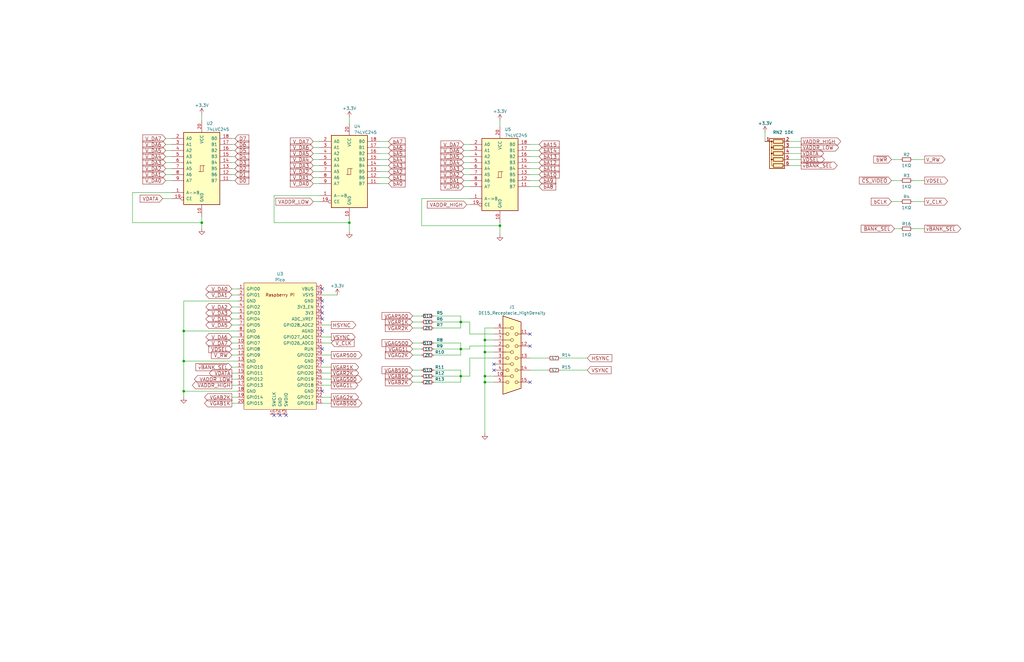
<source format=kicad_sch>
(kicad_sch (version 20230121) (generator eeschema)

  (uuid b69a56fb-9f26-4ddd-a5ca-82bddf3b9b5c)

  (paper "B")

  (lib_symbols
    (symbol "74xx:74LS245" (pin_names (offset 1.016)) (in_bom yes) (on_board yes)
      (property "Reference" "U" (at -7.62 16.51 0)
        (effects (font (size 1.27 1.27)))
      )
      (property "Value" "74LS245" (at -7.62 -16.51 0)
        (effects (font (size 1.27 1.27)))
      )
      (property "Footprint" "" (at 0 0 0)
        (effects (font (size 1.27 1.27)) hide)
      )
      (property "Datasheet" "http://www.ti.com/lit/gpn/sn74LS245" (at 0 0 0)
        (effects (font (size 1.27 1.27)) hide)
      )
      (property "ki_locked" "" (at 0 0 0)
        (effects (font (size 1.27 1.27)))
      )
      (property "ki_keywords" "TTL BUS 3State" (at 0 0 0)
        (effects (font (size 1.27 1.27)) hide)
      )
      (property "ki_description" "Octal BUS Transceivers, 3-State outputs" (at 0 0 0)
        (effects (font (size 1.27 1.27)) hide)
      )
      (property "ki_fp_filters" "DIP?20*" (at 0 0 0)
        (effects (font (size 1.27 1.27)) hide)
      )
      (symbol "74LS245_1_0"
        (polyline
          (pts
            (xy -0.635 -1.27)
            (xy -0.635 1.27)
            (xy 0.635 1.27)
          )
          (stroke (width 0) (type default))
          (fill (type none))
        )
        (polyline
          (pts
            (xy -1.27 -1.27)
            (xy 0.635 -1.27)
            (xy 0.635 1.27)
            (xy 1.27 1.27)
          )
          (stroke (width 0) (type default))
          (fill (type none))
        )
        (pin input line (at -12.7 -10.16 0) (length 5.08)
          (name "A->B" (effects (font (size 1.27 1.27))))
          (number "1" (effects (font (size 1.27 1.27))))
        )
        (pin power_in line (at 0 -20.32 90) (length 5.08)
          (name "GND" (effects (font (size 1.27 1.27))))
          (number "10" (effects (font (size 1.27 1.27))))
        )
        (pin tri_state line (at 12.7 -5.08 180) (length 5.08)
          (name "B7" (effects (font (size 1.27 1.27))))
          (number "11" (effects (font (size 1.27 1.27))))
        )
        (pin tri_state line (at 12.7 -2.54 180) (length 5.08)
          (name "B6" (effects (font (size 1.27 1.27))))
          (number "12" (effects (font (size 1.27 1.27))))
        )
        (pin tri_state line (at 12.7 0 180) (length 5.08)
          (name "B5" (effects (font (size 1.27 1.27))))
          (number "13" (effects (font (size 1.27 1.27))))
        )
        (pin tri_state line (at 12.7 2.54 180) (length 5.08)
          (name "B4" (effects (font (size 1.27 1.27))))
          (number "14" (effects (font (size 1.27 1.27))))
        )
        (pin tri_state line (at 12.7 5.08 180) (length 5.08)
          (name "B3" (effects (font (size 1.27 1.27))))
          (number "15" (effects (font (size 1.27 1.27))))
        )
        (pin tri_state line (at 12.7 7.62 180) (length 5.08)
          (name "B2" (effects (font (size 1.27 1.27))))
          (number "16" (effects (font (size 1.27 1.27))))
        )
        (pin tri_state line (at 12.7 10.16 180) (length 5.08)
          (name "B1" (effects (font (size 1.27 1.27))))
          (number "17" (effects (font (size 1.27 1.27))))
        )
        (pin tri_state line (at 12.7 12.7 180) (length 5.08)
          (name "B0" (effects (font (size 1.27 1.27))))
          (number "18" (effects (font (size 1.27 1.27))))
        )
        (pin input inverted (at -12.7 -12.7 0) (length 5.08)
          (name "CE" (effects (font (size 1.27 1.27))))
          (number "19" (effects (font (size 1.27 1.27))))
        )
        (pin tri_state line (at -12.7 12.7 0) (length 5.08)
          (name "A0" (effects (font (size 1.27 1.27))))
          (number "2" (effects (font (size 1.27 1.27))))
        )
        (pin power_in line (at 0 20.32 270) (length 5.08)
          (name "VCC" (effects (font (size 1.27 1.27))))
          (number "20" (effects (font (size 1.27 1.27))))
        )
        (pin tri_state line (at -12.7 10.16 0) (length 5.08)
          (name "A1" (effects (font (size 1.27 1.27))))
          (number "3" (effects (font (size 1.27 1.27))))
        )
        (pin tri_state line (at -12.7 7.62 0) (length 5.08)
          (name "A2" (effects (font (size 1.27 1.27))))
          (number "4" (effects (font (size 1.27 1.27))))
        )
        (pin tri_state line (at -12.7 5.08 0) (length 5.08)
          (name "A3" (effects (font (size 1.27 1.27))))
          (number "5" (effects (font (size 1.27 1.27))))
        )
        (pin tri_state line (at -12.7 2.54 0) (length 5.08)
          (name "A4" (effects (font (size 1.27 1.27))))
          (number "6" (effects (font (size 1.27 1.27))))
        )
        (pin tri_state line (at -12.7 0 0) (length 5.08)
          (name "A5" (effects (font (size 1.27 1.27))))
          (number "7" (effects (font (size 1.27 1.27))))
        )
        (pin tri_state line (at -12.7 -2.54 0) (length 5.08)
          (name "A6" (effects (font (size 1.27 1.27))))
          (number "8" (effects (font (size 1.27 1.27))))
        )
        (pin tri_state line (at -12.7 -5.08 0) (length 5.08)
          (name "A7" (effects (font (size 1.27 1.27))))
          (number "9" (effects (font (size 1.27 1.27))))
        )
      )
      (symbol "74LS245_1_1"
        (rectangle (start -7.62 15.24) (end 7.62 -15.24)
          (stroke (width 0.254) (type default))
          (fill (type background))
        )
      )
    )
    (symbol "Connector:DE15_Receptacle_HighDensity" (pin_names (offset 1.016) hide) (in_bom yes) (on_board yes)
      (property "Reference" "J" (at 0 21.59 0)
        (effects (font (size 1.27 1.27)))
      )
      (property "Value" "DE15_Receptacle_HighDensity" (at 0 19.05 0)
        (effects (font (size 1.27 1.27)))
      )
      (property "Footprint" "" (at -24.13 10.16 0)
        (effects (font (size 1.27 1.27)) hide)
      )
      (property "Datasheet" " ~" (at -24.13 10.16 0)
        (effects (font (size 1.27 1.27)) hide)
      )
      (property "ki_keywords" "connector  receptacle de15 VGA female D-SUB" (at 0 0 0)
        (effects (font (size 1.27 1.27)) hide)
      )
      (property "ki_description" "15-pin female receptacle socket D-SUB connector, High density (3 columns), Triple Row, Generic, VGA-connector" (at 0 0 0)
        (effects (font (size 1.27 1.27)) hide)
      )
      (property "ki_fp_filters" "DSUB*Female*" (at 0 0 0)
        (effects (font (size 1.27 1.27)) hide)
      )
      (symbol "DE15_Receptacle_HighDensity_0_1"
        (circle (center -1.905 -10.16) (radius 0.635)
          (stroke (width 0) (type default))
          (fill (type none))
        )
        (circle (center -1.905 -5.08) (radius 0.635)
          (stroke (width 0) (type default))
          (fill (type none))
        )
        (circle (center -1.905 0) (radius 0.635)
          (stroke (width 0) (type default))
          (fill (type none))
        )
        (circle (center -1.905 5.08) (radius 0.635)
          (stroke (width 0) (type default))
          (fill (type none))
        )
        (circle (center -1.905 10.16) (radius 0.635)
          (stroke (width 0) (type default))
          (fill (type none))
        )
        (circle (center 0 -7.62) (radius 0.635)
          (stroke (width 0) (type default))
          (fill (type none))
        )
        (circle (center 0 -2.54) (radius 0.635)
          (stroke (width 0) (type default))
          (fill (type none))
        )
        (polyline
          (pts
            (xy -3.175 7.62)
            (xy -0.635 7.62)
          )
          (stroke (width 0) (type default))
          (fill (type none))
        )
        (polyline
          (pts
            (xy -0.635 -7.62)
            (xy -3.175 -7.62)
          )
          (stroke (width 0) (type default))
          (fill (type none))
        )
        (polyline
          (pts
            (xy -0.635 -2.54)
            (xy -3.175 -2.54)
          )
          (stroke (width 0) (type default))
          (fill (type none))
        )
        (polyline
          (pts
            (xy -0.635 2.54)
            (xy -3.175 2.54)
          )
          (stroke (width 0) (type default))
          (fill (type none))
        )
        (polyline
          (pts
            (xy -0.635 12.7)
            (xy -3.175 12.7)
          )
          (stroke (width 0) (type default))
          (fill (type none))
        )
        (polyline
          (pts
            (xy -3.81 17.78)
            (xy -3.81 -15.24)
            (xy 3.81 -12.7)
            (xy 3.81 15.24)
            (xy -3.81 17.78)
          )
          (stroke (width 0.254) (type default))
          (fill (type background))
        )
        (circle (center 0 2.54) (radius 0.635)
          (stroke (width 0) (type default))
          (fill (type none))
        )
        (circle (center 0 7.62) (radius 0.635)
          (stroke (width 0) (type default))
          (fill (type none))
        )
        (circle (center 0 12.7) (radius 0.635)
          (stroke (width 0) (type default))
          (fill (type none))
        )
        (circle (center 1.905 -10.16) (radius 0.635)
          (stroke (width 0) (type default))
          (fill (type none))
        )
        (circle (center 1.905 -5.08) (radius 0.635)
          (stroke (width 0) (type default))
          (fill (type none))
        )
        (circle (center 1.905 0) (radius 0.635)
          (stroke (width 0) (type default))
          (fill (type none))
        )
        (circle (center 1.905 5.08) (radius 0.635)
          (stroke (width 0) (type default))
          (fill (type none))
        )
        (circle (center 1.905 10.16) (radius 0.635)
          (stroke (width 0) (type default))
          (fill (type none))
        )
      )
      (symbol "DE15_Receptacle_HighDensity_1_1"
        (pin passive line (at -7.62 10.16 0) (length 5.08)
          (name "~" (effects (font (size 1.27 1.27))))
          (number "1" (effects (font (size 1.27 1.27))))
        )
        (pin passive line (at -7.62 -7.62 0) (length 5.08)
          (name "~" (effects (font (size 1.27 1.27))))
          (number "10" (effects (font (size 1.27 1.27))))
        )
        (pin passive line (at 7.62 10.16 180) (length 5.08)
          (name "~" (effects (font (size 1.27 1.27))))
          (number "11" (effects (font (size 1.27 1.27))))
        )
        (pin passive line (at 7.62 5.08 180) (length 5.08)
          (name "~" (effects (font (size 1.27 1.27))))
          (number "12" (effects (font (size 1.27 1.27))))
        )
        (pin passive line (at 7.62 0 180) (length 5.08)
          (name "~" (effects (font (size 1.27 1.27))))
          (number "13" (effects (font (size 1.27 1.27))))
        )
        (pin passive line (at 7.62 -5.08 180) (length 5.08)
          (name "~" (effects (font (size 1.27 1.27))))
          (number "14" (effects (font (size 1.27 1.27))))
        )
        (pin passive line (at 7.62 -10.16 180) (length 5.08)
          (name "~" (effects (font (size 1.27 1.27))))
          (number "15" (effects (font (size 1.27 1.27))))
        )
        (pin passive line (at -7.62 5.08 0) (length 5.08)
          (name "~" (effects (font (size 1.27 1.27))))
          (number "2" (effects (font (size 1.27 1.27))))
        )
        (pin passive line (at -7.62 0 0) (length 5.08)
          (name "~" (effects (font (size 1.27 1.27))))
          (number "3" (effects (font (size 1.27 1.27))))
        )
        (pin passive line (at -7.62 -5.08 0) (length 5.08)
          (name "~" (effects (font (size 1.27 1.27))))
          (number "4" (effects (font (size 1.27 1.27))))
        )
        (pin passive line (at -7.62 -10.16 0) (length 5.08)
          (name "~" (effects (font (size 1.27 1.27))))
          (number "5" (effects (font (size 1.27 1.27))))
        )
        (pin passive line (at -7.62 12.7 0) (length 5.08)
          (name "~" (effects (font (size 1.27 1.27))))
          (number "6" (effects (font (size 1.27 1.27))))
        )
        (pin passive line (at -7.62 7.62 0) (length 5.08)
          (name "~" (effects (font (size 1.27 1.27))))
          (number "7" (effects (font (size 1.27 1.27))))
        )
        (pin passive line (at -7.62 2.54 0) (length 5.08)
          (name "~" (effects (font (size 1.27 1.27))))
          (number "8" (effects (font (size 1.27 1.27))))
        )
        (pin passive line (at -7.62 -2.54 0) (length 5.08)
          (name "~" (effects (font (size 1.27 1.27))))
          (number "9" (effects (font (size 1.27 1.27))))
        )
      )
    )
    (symbol "Device:R_Network05" (pin_names (offset 0) hide) (in_bom yes) (on_board yes)
      (property "Reference" "RN" (at -7.62 0 90)
        (effects (font (size 1.27 1.27)))
      )
      (property "Value" "R_Network05" (at 7.62 0 90)
        (effects (font (size 1.27 1.27)))
      )
      (property "Footprint" "Resistor_THT:R_Array_SIP6" (at 9.525 0 90)
        (effects (font (size 1.27 1.27)) hide)
      )
      (property "Datasheet" "http://www.vishay.com/docs/31509/csc.pdf" (at 0 0 0)
        (effects (font (size 1.27 1.27)) hide)
      )
      (property "ki_keywords" "R network star-topology" (at 0 0 0)
        (effects (font (size 1.27 1.27)) hide)
      )
      (property "ki_description" "5 resistor network, star topology, bussed resistors, small symbol" (at 0 0 0)
        (effects (font (size 1.27 1.27)) hide)
      )
      (property "ki_fp_filters" "R?Array?SIP*" (at 0 0 0)
        (effects (font (size 1.27 1.27)) hide)
      )
      (symbol "R_Network05_0_1"
        (rectangle (start -6.35 -3.175) (end 6.35 3.175)
          (stroke (width 0.254) (type default))
          (fill (type background))
        )
        (rectangle (start -5.842 1.524) (end -4.318 -2.54)
          (stroke (width 0.254) (type default))
          (fill (type none))
        )
        (circle (center -5.08 2.286) (radius 0.254)
          (stroke (width 0) (type default))
          (fill (type outline))
        )
        (rectangle (start -3.302 1.524) (end -1.778 -2.54)
          (stroke (width 0.254) (type default))
          (fill (type none))
        )
        (circle (center -2.54 2.286) (radius 0.254)
          (stroke (width 0) (type default))
          (fill (type outline))
        )
        (rectangle (start -0.762 1.524) (end 0.762 -2.54)
          (stroke (width 0.254) (type default))
          (fill (type none))
        )
        (polyline
          (pts
            (xy -5.08 -2.54)
            (xy -5.08 -3.81)
          )
          (stroke (width 0) (type default))
          (fill (type none))
        )
        (polyline
          (pts
            (xy -2.54 -2.54)
            (xy -2.54 -3.81)
          )
          (stroke (width 0) (type default))
          (fill (type none))
        )
        (polyline
          (pts
            (xy 0 -2.54)
            (xy 0 -3.81)
          )
          (stroke (width 0) (type default))
          (fill (type none))
        )
        (polyline
          (pts
            (xy 2.54 -2.54)
            (xy 2.54 -3.81)
          )
          (stroke (width 0) (type default))
          (fill (type none))
        )
        (polyline
          (pts
            (xy 5.08 -2.54)
            (xy 5.08 -3.81)
          )
          (stroke (width 0) (type default))
          (fill (type none))
        )
        (polyline
          (pts
            (xy -5.08 1.524)
            (xy -5.08 2.286)
            (xy -2.54 2.286)
            (xy -2.54 1.524)
          )
          (stroke (width 0) (type default))
          (fill (type none))
        )
        (polyline
          (pts
            (xy -2.54 1.524)
            (xy -2.54 2.286)
            (xy 0 2.286)
            (xy 0 1.524)
          )
          (stroke (width 0) (type default))
          (fill (type none))
        )
        (polyline
          (pts
            (xy 0 1.524)
            (xy 0 2.286)
            (xy 2.54 2.286)
            (xy 2.54 1.524)
          )
          (stroke (width 0) (type default))
          (fill (type none))
        )
        (polyline
          (pts
            (xy 2.54 1.524)
            (xy 2.54 2.286)
            (xy 5.08 2.286)
            (xy 5.08 1.524)
          )
          (stroke (width 0) (type default))
          (fill (type none))
        )
        (circle (center 0 2.286) (radius 0.254)
          (stroke (width 0) (type default))
          (fill (type outline))
        )
        (rectangle (start 1.778 1.524) (end 3.302 -2.54)
          (stroke (width 0.254) (type default))
          (fill (type none))
        )
        (circle (center 2.54 2.286) (radius 0.254)
          (stroke (width 0) (type default))
          (fill (type outline))
        )
        (rectangle (start 4.318 1.524) (end 5.842 -2.54)
          (stroke (width 0.254) (type default))
          (fill (type none))
        )
      )
      (symbol "R_Network05_1_1"
        (pin passive line (at -5.08 5.08 270) (length 2.54)
          (name "common" (effects (font (size 1.27 1.27))))
          (number "1" (effects (font (size 1.27 1.27))))
        )
        (pin passive line (at -5.08 -5.08 90) (length 1.27)
          (name "R1" (effects (font (size 1.27 1.27))))
          (number "2" (effects (font (size 1.27 1.27))))
        )
        (pin passive line (at -2.54 -5.08 90) (length 1.27)
          (name "R2" (effects (font (size 1.27 1.27))))
          (number "3" (effects (font (size 1.27 1.27))))
        )
        (pin passive line (at 0 -5.08 90) (length 1.27)
          (name "R3" (effects (font (size 1.27 1.27))))
          (number "4" (effects (font (size 1.27 1.27))))
        )
        (pin passive line (at 2.54 -5.08 90) (length 1.27)
          (name "R4" (effects (font (size 1.27 1.27))))
          (number "5" (effects (font (size 1.27 1.27))))
        )
        (pin passive line (at 5.08 -5.08 90) (length 1.27)
          (name "R5" (effects (font (size 1.27 1.27))))
          (number "6" (effects (font (size 1.27 1.27))))
        )
      )
    )
    (symbol "Device:R_Small" (pin_numbers hide) (pin_names (offset 0.254) hide) (in_bom yes) (on_board yes)
      (property "Reference" "R" (at 0.762 0.508 0)
        (effects (font (size 1.27 1.27)) (justify left))
      )
      (property "Value" "R_Small" (at 0.762 -1.016 0)
        (effects (font (size 1.27 1.27)) (justify left))
      )
      (property "Footprint" "" (at 0 0 0)
        (effects (font (size 1.27 1.27)) hide)
      )
      (property "Datasheet" "~" (at 0 0 0)
        (effects (font (size 1.27 1.27)) hide)
      )
      (property "ki_keywords" "R resistor" (at 0 0 0)
        (effects (font (size 1.27 1.27)) hide)
      )
      (property "ki_description" "Resistor, small symbol" (at 0 0 0)
        (effects (font (size 1.27 1.27)) hide)
      )
      (property "ki_fp_filters" "R_*" (at 0 0 0)
        (effects (font (size 1.27 1.27)) hide)
      )
      (symbol "R_Small_0_1"
        (rectangle (start -0.762 1.778) (end 0.762 -1.778)
          (stroke (width 0.2032) (type default))
          (fill (type none))
        )
      )
      (symbol "R_Small_1_1"
        (pin passive line (at 0 2.54 270) (length 0.762)
          (name "~" (effects (font (size 1.27 1.27))))
          (number "1" (effects (font (size 1.27 1.27))))
        )
        (pin passive line (at 0 -2.54 90) (length 0.762)
          (name "~" (effects (font (size 1.27 1.27))))
          (number "2" (effects (font (size 1.27 1.27))))
        )
      )
    )
    (symbol "RPi_pico:Pico" (pin_names (offset 1.016)) (in_bom yes) (on_board yes)
      (property "Reference" "U36" (at 0 30.48 0)
        (effects (font (size 1.27 1.27)))
      )
      (property "Value" "Pico" (at 0 27.94 0)
        (effects (font (size 1.27 1.27)))
      )
      (property "Footprint" "RPi_Pico:RPi_Pico_SMD_TH" (at 0 0 90)
        (effects (font (size 1.27 1.27)) hide)
      )
      (property "Datasheet" "" (at 0 0 0)
        (effects (font (size 1.27 1.27)) hide)
      )
      (symbol "Pico_0_0"
        (text "Raspberry Pi" (at 0 21.59 0)
          (effects (font (size 1.27 1.27)))
        )
      )
      (symbol "Pico_0_1"
        (rectangle (start -15.24 26.67) (end 15.24 -26.67)
          (stroke (width 0) (type solid))
          (fill (type background))
        )
      )
      (symbol "Pico_1_1"
        (pin bidirectional line (at -17.78 24.13 0) (length 2.54)
          (name "GPIO0" (effects (font (size 1.27 1.27))))
          (number "1" (effects (font (size 1.27 1.27))))
        )
        (pin bidirectional line (at -17.78 1.27 0) (length 2.54)
          (name "GPIO7" (effects (font (size 1.27 1.27))))
          (number "10" (effects (font (size 1.27 1.27))))
        )
        (pin bidirectional line (at -17.78 -1.27 0) (length 2.54)
          (name "GPIO8" (effects (font (size 1.27 1.27))))
          (number "11" (effects (font (size 1.27 1.27))))
        )
        (pin bidirectional line (at -17.78 -3.81 0) (length 2.54)
          (name "GPIO9" (effects (font (size 1.27 1.27))))
          (number "12" (effects (font (size 1.27 1.27))))
        )
        (pin power_in line (at -17.78 -6.35 0) (length 2.54)
          (name "GND" (effects (font (size 1.27 1.27))))
          (number "13" (effects (font (size 1.27 1.27))))
        )
        (pin bidirectional line (at -17.78 -8.89 0) (length 2.54)
          (name "GPIO10" (effects (font (size 1.27 1.27))))
          (number "14" (effects (font (size 1.27 1.27))))
        )
        (pin bidirectional line (at -17.78 -11.43 0) (length 2.54)
          (name "GPIO11" (effects (font (size 1.27 1.27))))
          (number "15" (effects (font (size 1.27 1.27))))
        )
        (pin bidirectional line (at -17.78 -13.97 0) (length 2.54)
          (name "GPIO12" (effects (font (size 1.27 1.27))))
          (number "16" (effects (font (size 1.27 1.27))))
        )
        (pin bidirectional line (at -17.78 -16.51 0) (length 2.54)
          (name "GPIO13" (effects (font (size 1.27 1.27))))
          (number "17" (effects (font (size 1.27 1.27))))
        )
        (pin power_in line (at -17.78 -19.05 0) (length 2.54)
          (name "GND" (effects (font (size 1.27 1.27))))
          (number "18" (effects (font (size 1.27 1.27))))
        )
        (pin bidirectional line (at -17.78 -21.59 0) (length 2.54)
          (name "GPIO14" (effects (font (size 1.27 1.27))))
          (number "19" (effects (font (size 1.27 1.27))))
        )
        (pin bidirectional line (at -17.78 21.59 0) (length 2.54)
          (name "GPIO1" (effects (font (size 1.27 1.27))))
          (number "2" (effects (font (size 1.27 1.27))))
        )
        (pin bidirectional line (at -17.78 -24.13 0) (length 2.54)
          (name "GPIO15" (effects (font (size 1.27 1.27))))
          (number "20" (effects (font (size 1.27 1.27))))
        )
        (pin bidirectional line (at 17.78 -24.13 180) (length 2.54)
          (name "GPIO16" (effects (font (size 1.27 1.27))))
          (number "21" (effects (font (size 1.27 1.27))))
        )
        (pin bidirectional line (at 17.78 -21.59 180) (length 2.54)
          (name "GPIO17" (effects (font (size 1.27 1.27))))
          (number "22" (effects (font (size 1.27 1.27))))
        )
        (pin power_in line (at 17.78 -19.05 180) (length 2.54)
          (name "GND" (effects (font (size 1.27 1.27))))
          (number "23" (effects (font (size 1.27 1.27))))
        )
        (pin bidirectional line (at 17.78 -16.51 180) (length 2.54)
          (name "GPIO18" (effects (font (size 1.27 1.27))))
          (number "24" (effects (font (size 1.27 1.27))))
        )
        (pin bidirectional line (at 17.78 -13.97 180) (length 2.54)
          (name "GPIO19" (effects (font (size 1.27 1.27))))
          (number "25" (effects (font (size 1.27 1.27))))
        )
        (pin bidirectional line (at 17.78 -11.43 180) (length 2.54)
          (name "GPIO20" (effects (font (size 1.27 1.27))))
          (number "26" (effects (font (size 1.27 1.27))))
        )
        (pin bidirectional line (at 17.78 -8.89 180) (length 2.54)
          (name "GPIO21" (effects (font (size 1.27 1.27))))
          (number "27" (effects (font (size 1.27 1.27))))
        )
        (pin power_in line (at 17.78 -6.35 180) (length 2.54)
          (name "GND" (effects (font (size 1.27 1.27))))
          (number "28" (effects (font (size 1.27 1.27))))
        )
        (pin bidirectional line (at 17.78 -3.81 180) (length 2.54)
          (name "GPIO22" (effects (font (size 1.27 1.27))))
          (number "29" (effects (font (size 1.27 1.27))))
        )
        (pin power_in line (at -17.78 19.05 0) (length 2.54)
          (name "GND" (effects (font (size 1.27 1.27))))
          (number "3" (effects (font (size 1.27 1.27))))
        )
        (pin input line (at 17.78 -1.27 180) (length 2.54)
          (name "RUN" (effects (font (size 1.27 1.27))))
          (number "30" (effects (font (size 1.27 1.27))))
        )
        (pin bidirectional line (at 17.78 1.27 180) (length 2.54)
          (name "GPIO26_ADC0" (effects (font (size 1.27 1.27))))
          (number "31" (effects (font (size 1.27 1.27))))
        )
        (pin bidirectional line (at 17.78 3.81 180) (length 2.54)
          (name "GPIO27_ADC1" (effects (font (size 1.27 1.27))))
          (number "32" (effects (font (size 1.27 1.27))))
        )
        (pin power_in line (at 17.78 6.35 180) (length 2.54)
          (name "AGND" (effects (font (size 1.27 1.27))))
          (number "33" (effects (font (size 1.27 1.27))))
        )
        (pin bidirectional line (at 17.78 8.89 180) (length 2.54)
          (name "GPIO28_ADC2" (effects (font (size 1.27 1.27))))
          (number "34" (effects (font (size 1.27 1.27))))
        )
        (pin unspecified line (at 17.78 11.43 180) (length 2.54)
          (name "ADC_VREF" (effects (font (size 1.27 1.27))))
          (number "35" (effects (font (size 1.27 1.27))))
        )
        (pin unspecified line (at 17.78 13.97 180) (length 2.54)
          (name "3V3" (effects (font (size 1.27 1.27))))
          (number "36" (effects (font (size 1.27 1.27))))
        )
        (pin input line (at 17.78 16.51 180) (length 2.54)
          (name "3V3_EN" (effects (font (size 1.27 1.27))))
          (number "37" (effects (font (size 1.27 1.27))))
        )
        (pin bidirectional line (at 17.78 19.05 180) (length 2.54)
          (name "GND" (effects (font (size 1.27 1.27))))
          (number "38" (effects (font (size 1.27 1.27))))
        )
        (pin power_in line (at 17.78 21.59 180) (length 2.54)
          (name "VSYS" (effects (font (size 1.27 1.27))))
          (number "39" (effects (font (size 1.27 1.27))))
        )
        (pin bidirectional line (at -17.78 16.51 0) (length 2.54)
          (name "GPIO2" (effects (font (size 1.27 1.27))))
          (number "4" (effects (font (size 1.27 1.27))))
        )
        (pin unspecified line (at 17.78 24.13 180) (length 2.54)
          (name "VBUS" (effects (font (size 1.27 1.27))))
          (number "40" (effects (font (size 1.27 1.27))))
        )
        (pin input line (at -2.54 -29.21 90) (length 2.54)
          (name "SWCLK" (effects (font (size 1.27 1.27))))
          (number "41" (effects (font (size 1.27 1.27))))
        )
        (pin power_in line (at 0 -29.21 90) (length 2.54)
          (name "GND" (effects (font (size 1.27 1.27))))
          (number "42" (effects (font (size 1.27 1.27))))
        )
        (pin bidirectional line (at 2.54 -29.21 90) (length 2.54)
          (name "SWDIO" (effects (font (size 1.27 1.27))))
          (number "43" (effects (font (size 1.27 1.27))))
        )
        (pin bidirectional line (at -17.78 13.97 0) (length 2.54)
          (name "GPIO3" (effects (font (size 1.27 1.27))))
          (number "5" (effects (font (size 1.27 1.27))))
        )
        (pin bidirectional line (at -17.78 11.43 0) (length 2.54)
          (name "GPIO4" (effects (font (size 1.27 1.27))))
          (number "6" (effects (font (size 1.27 1.27))))
        )
        (pin bidirectional line (at -17.78 8.89 0) (length 2.54)
          (name "GPIO5" (effects (font (size 1.27 1.27))))
          (number "7" (effects (font (size 1.27 1.27))))
        )
        (pin power_in line (at -17.78 6.35 0) (length 2.54)
          (name "GND" (effects (font (size 1.27 1.27))))
          (number "8" (effects (font (size 1.27 1.27))))
        )
        (pin bidirectional line (at -17.78 3.81 0) (length 2.54)
          (name "GPIO6" (effects (font (size 1.27 1.27))))
          (number "9" (effects (font (size 1.27 1.27))))
        )
      )
    )
    (symbol "power:+3.3V" (power) (pin_names (offset 0)) (in_bom yes) (on_board yes)
      (property "Reference" "#PWR" (at 0 -3.81 0)
        (effects (font (size 1.27 1.27)) hide)
      )
      (property "Value" "+3.3V" (at 0 3.556 0)
        (effects (font (size 1.27 1.27)))
      )
      (property "Footprint" "" (at 0 0 0)
        (effects (font (size 1.27 1.27)) hide)
      )
      (property "Datasheet" "" (at 0 0 0)
        (effects (font (size 1.27 1.27)) hide)
      )
      (property "ki_keywords" "global power" (at 0 0 0)
        (effects (font (size 1.27 1.27)) hide)
      )
      (property "ki_description" "Power symbol creates a global label with name \"+3.3V\"" (at 0 0 0)
        (effects (font (size 1.27 1.27)) hide)
      )
      (symbol "+3.3V_0_1"
        (polyline
          (pts
            (xy -0.762 1.27)
            (xy 0 2.54)
          )
          (stroke (width 0) (type default))
          (fill (type none))
        )
        (polyline
          (pts
            (xy 0 0)
            (xy 0 2.54)
          )
          (stroke (width 0) (type default))
          (fill (type none))
        )
        (polyline
          (pts
            (xy 0 2.54)
            (xy 0.762 1.27)
          )
          (stroke (width 0) (type default))
          (fill (type none))
        )
      )
      (symbol "+3.3V_1_1"
        (pin power_in line (at 0 0 90) (length 0) hide
          (name "+3.3V" (effects (font (size 1.27 1.27))))
          (number "1" (effects (font (size 1.27 1.27))))
        )
      )
    )
    (symbol "power:GND" (power) (pin_names (offset 0)) (in_bom yes) (on_board yes)
      (property "Reference" "#PWR" (at 0 -6.35 0)
        (effects (font (size 1.27 1.27)) hide)
      )
      (property "Value" "GND" (at 0 -3.81 0)
        (effects (font (size 1.27 1.27)))
      )
      (property "Footprint" "" (at 0 0 0)
        (effects (font (size 1.27 1.27)) hide)
      )
      (property "Datasheet" "" (at 0 0 0)
        (effects (font (size 1.27 1.27)) hide)
      )
      (property "ki_keywords" "global power" (at 0 0 0)
        (effects (font (size 1.27 1.27)) hide)
      )
      (property "ki_description" "Power symbol creates a global label with name \"GND\" , ground" (at 0 0 0)
        (effects (font (size 1.27 1.27)) hide)
      )
      (symbol "GND_0_1"
        (polyline
          (pts
            (xy 0 0)
            (xy 0 -1.27)
            (xy 1.27 -1.27)
            (xy 0 -2.54)
            (xy -1.27 -1.27)
            (xy 0 -1.27)
          )
          (stroke (width 0) (type default))
          (fill (type none))
        )
      )
      (symbol "GND_1_1"
        (pin power_in line (at 0 0 270) (length 0) hide
          (name "GND" (effects (font (size 1.27 1.27))))
          (number "1" (effects (font (size 1.27 1.27))))
        )
      )
    )
  )

  (junction (at 77.47 165.1) (diameter 0) (color 0 0 0 0)
    (uuid 0dcab362-c18a-4609-a44f-0106d499e4ec)
  )
  (junction (at 204.47 158.75) (diameter 0) (color 0 0 0 0)
    (uuid 2ac003fc-66a9-41c9-bd63-7758841152a8)
  )
  (junction (at 85.09 93.98) (diameter 0) (color 0 0 0 0)
    (uuid 36c87ada-c252-4b04-95b3-5f1d06be21c8)
  )
  (junction (at 210.82 95.25) (diameter 0) (color 0 0 0 0)
    (uuid 4760c38a-a7b8-4da5-b689-68444640a84f)
  )
  (junction (at 204.47 143.51) (diameter 0) (color 0 0 0 0)
    (uuid 51c3f35b-24ab-4f60-b805-e655a8c0f157)
  )
  (junction (at 194.31 158.75) (diameter 0) (color 0 0 0 0)
    (uuid 5c34967c-9714-4e4e-8e9f-23eb5fb4441e)
  )
  (junction (at 194.31 135.89) (diameter 0) (color 0 0 0 0)
    (uuid 6c17c338-ac12-48d4-92a9-f7571f598d36)
  )
  (junction (at 194.31 147.32) (diameter 0) (color 0 0 0 0)
    (uuid 87799916-3ace-412b-bd57-676b84733526)
  )
  (junction (at 204.47 148.59) (diameter 0) (color 0 0 0 0)
    (uuid 90027bbb-eeaf-4301-b0fe-5bd676772559)
  )
  (junction (at 77.47 152.4) (diameter 0) (color 0 0 0 0)
    (uuid c5f67cc6-d6f6-4f5a-a614-e2d354cfe144)
  )
  (junction (at 147.32 93.98) (diameter 0) (color 0 0 0 0)
    (uuid ca5948e0-c5a7-41ef-942d-6eae6cdf4d1c)
  )
  (junction (at 77.47 139.7) (diameter 0) (color 0 0 0 0)
    (uuid e42b3c4a-1d8f-4300-b0a6-ab53af8663c9)
  )
  (junction (at 204.47 161.29) (diameter 0) (color 0 0 0 0)
    (uuid feecc2fe-6799-42f9-a8af-baa2f1c15ec2)
  )

  (no_connect (at 208.28 156.21) (uuid 08ad9cef-4805-43de-945e-ff7fa62bfc4c))
  (no_connect (at 223.52 161.29) (uuid 0a70ce20-32f6-4531-82ad-a8d70f868ce6))
  (no_connect (at 135.89 134.62) (uuid 0a8b4fbb-ce9d-4bc1-b966-9ede45780c24))
  (no_connect (at 223.52 140.97) (uuid 0e60f051-8d99-4800-b3c6-faa2e31ddab6))
  (no_connect (at 120.65 175.26) (uuid 139cabc2-a170-43dc-bb74-e4fbdbcc2aaa))
  (no_connect (at 118.11 175.26) (uuid 1d66b73d-1604-4574-9953-898627658497))
  (no_connect (at 135.89 152.4) (uuid 235d6943-e8a4-40ad-b2e5-9f058ebb7795))
  (no_connect (at 208.28 153.67) (uuid 392147be-bb34-454a-8536-23b21a95cd03))
  (no_connect (at 135.89 147.32) (uuid 3c9a7d61-ec23-466a-ad6b-eebea50fdb62))
  (no_connect (at 135.89 121.92) (uuid 53541dc1-2b86-4564-90d9-7240a348077e))
  (no_connect (at 135.89 165.1) (uuid 5467242e-1585-477c-ac6e-66b6a8caf388))
  (no_connect (at 135.89 129.54) (uuid 9fdda6b0-fbbb-45a2-9493-03c9cdb62599))
  (no_connect (at 135.89 127) (uuid b1751207-510b-46bc-b420-97703d2e1612))
  (no_connect (at 223.52 146.05) (uuid d297cf12-8f4a-433d-9588-c487bba0ae0d))
  (no_connect (at 115.57 175.26) (uuid dd27ecd9-63e5-464a-ba33-8fec350bf54b))
  (no_connect (at 135.89 132.08) (uuid e2a826ec-4c21-443d-ab2e-90e81be39228))
  (no_connect (at 135.89 139.7) (uuid fd38af1c-ab1b-418f-a067-e7b6d953e450))

  (wire (pts (xy 377.19 96.52) (xy 379.73 96.52))
    (stroke (width 0) (type default))
    (uuid 006b9867-6a2c-4d5e-84de-8559a7e743f0)
  )
  (wire (pts (xy 135.89 142.24) (xy 139.7 142.24))
    (stroke (width 0) (type default))
    (uuid 02629c0f-98f2-4e7e-be1d-c1d125517206)
  )
  (wire (pts (xy 198.12 158.75) (xy 194.31 158.75))
    (stroke (width 0) (type default))
    (uuid 02689dc7-d393-42e6-acb3-a0b899a2100c)
  )
  (wire (pts (xy 99.06 73.66) (xy 97.79 73.66))
    (stroke (width 0) (type default))
    (uuid 057c4686-f507-4a8d-9656-6128ae782e84)
  )
  (wire (pts (xy 135.89 162.56) (xy 139.7 162.56))
    (stroke (width 0) (type default))
    (uuid 05d62f87-30e3-44f5-b290-b1229346de62)
  )
  (wire (pts (xy 77.47 165.1) (xy 77.47 167.64))
    (stroke (width 0) (type default))
    (uuid 088eb90b-75c9-4acc-862e-f6deb24e5e71)
  )
  (wire (pts (xy 55.88 93.98) (xy 85.09 93.98))
    (stroke (width 0) (type default))
    (uuid 08a85a3a-e7ee-4116-9669-d0cb2c94415b)
  )
  (wire (pts (xy 135.89 167.64) (xy 139.7 167.64))
    (stroke (width 0) (type default))
    (uuid 08b6c3bd-1f3b-48e7-8c18-05ef19d7cf9b)
  )
  (wire (pts (xy 115.57 93.98) (xy 147.32 93.98))
    (stroke (width 0) (type default))
    (uuid 08fda2df-aad0-4990-bfdb-02b1b8eddc88)
  )
  (wire (pts (xy 223.52 60.96) (xy 227.33 60.96))
    (stroke (width 0) (type default))
    (uuid 0ade017d-fa5b-4583-bb5a-b1c80a95dd6b)
  )
  (wire (pts (xy 194.31 135.89) (xy 182.88 135.89))
    (stroke (width 0) (type default))
    (uuid 0bd8117d-f8c6-44e3-8d33-630151a8a516)
  )
  (wire (pts (xy 115.57 82.55) (xy 115.57 93.98))
    (stroke (width 0) (type default))
    (uuid 0f810a27-11e9-4131-b99c-d9939a3b3d11)
  )
  (wire (pts (xy 204.47 138.43) (xy 204.47 143.51))
    (stroke (width 0) (type default))
    (uuid 0fe464ce-bfcd-45bb-a7be-d9ae8a76058e)
  )
  (wire (pts (xy 332.74 69.85) (xy 337.82 69.85))
    (stroke (width 0) (type default))
    (uuid 10d76ff7-dc03-41e0-9ad0-fbb2652eb6ad)
  )
  (wire (pts (xy 97.79 157.48) (xy 100.33 157.48))
    (stroke (width 0) (type default))
    (uuid 116ed299-4a07-473a-8185-d3c890d6d034)
  )
  (wire (pts (xy 194.31 138.43) (xy 194.31 135.89))
    (stroke (width 0) (type default))
    (uuid 11b2e61d-a036-4a5a-bb6c-216580495cb8)
  )
  (wire (pts (xy 173.99 147.32) (xy 177.8 147.32))
    (stroke (width 0) (type default))
    (uuid 144d39c1-6784-42d9-a9f7-ce91c9103be6)
  )
  (wire (pts (xy 135.89 149.86) (xy 139.7 149.86))
    (stroke (width 0) (type default))
    (uuid 14fd8a31-a678-481a-9190-02b28a663c1b)
  )
  (wire (pts (xy 69.85 76.2) (xy 72.39 76.2))
    (stroke (width 0) (type default))
    (uuid 19379d02-9228-4c1a-9a9f-7756828a8850)
  )
  (wire (pts (xy 204.47 161.29) (xy 204.47 182.88))
    (stroke (width 0) (type default))
    (uuid 195ca352-2323-4843-a0b3-efc8971eba45)
  )
  (wire (pts (xy 77.47 139.7) (xy 77.47 127))
    (stroke (width 0) (type default))
    (uuid 1a64e045-b019-45df-a9db-efd1e2a7617a)
  )
  (wire (pts (xy 204.47 158.75) (xy 208.28 158.75))
    (stroke (width 0) (type default))
    (uuid 1d59ee6a-8ba6-40af-826f-07be21d29177)
  )
  (wire (pts (xy 135.89 154.94) (xy 139.7 154.94))
    (stroke (width 0) (type default))
    (uuid 1f3620ec-48cb-441a-aab5-7ee7beb2d98b)
  )
  (wire (pts (xy 97.79 144.78) (xy 100.33 144.78))
    (stroke (width 0) (type default))
    (uuid 235e45c2-b5bb-4ebf-ad30-300d75b2c863)
  )
  (wire (pts (xy 182.88 144.78) (xy 194.31 144.78))
    (stroke (width 0) (type default))
    (uuid 23ea55c7-f7de-4a6c-9909-fcc36539f5bf)
  )
  (wire (pts (xy 208.28 138.43) (xy 204.47 138.43))
    (stroke (width 0) (type default))
    (uuid 24c507aa-7d47-4caa-999a-df4997805683)
  )
  (wire (pts (xy 97.79 132.08) (xy 100.33 132.08))
    (stroke (width 0) (type default))
    (uuid 2552495f-19e1-4621-8fcd-db9bef68a1aa)
  )
  (wire (pts (xy 132.08 85.09) (xy 134.62 85.09))
    (stroke (width 0) (type default))
    (uuid 2bd86787-35d9-4f38-b84b-ed85cedd62d7)
  )
  (wire (pts (xy 198.12 135.89) (xy 194.31 135.89))
    (stroke (width 0) (type default))
    (uuid 2c015e65-923a-4fa2-bc0f-0fe60161839e)
  )
  (wire (pts (xy 68.58 83.82) (xy 72.39 83.82))
    (stroke (width 0) (type default))
    (uuid 2ee8283c-5520-4d62-8959-9c86bae52ea9)
  )
  (wire (pts (xy 332.74 59.69) (xy 337.82 59.69))
    (stroke (width 0) (type default))
    (uuid 2fbc6079-3d31-4cf2-ac60-b495a07cad74)
  )
  (wire (pts (xy 77.47 165.1) (xy 77.47 152.4))
    (stroke (width 0) (type default))
    (uuid 32a9494f-3ba8-45bf-8340-4b9ce61826d6)
  )
  (wire (pts (xy 69.85 60.96) (xy 72.39 60.96))
    (stroke (width 0) (type default))
    (uuid 32d25066-6043-410a-bd74-4b329df2789d)
  )
  (wire (pts (xy 147.32 92.71) (xy 147.32 93.98))
    (stroke (width 0) (type default))
    (uuid 3484b094-c0a5-43b4-aadc-cc68e6f96f06)
  )
  (wire (pts (xy 195.58 78.74) (xy 198.12 78.74))
    (stroke (width 0) (type default))
    (uuid 3604e0d4-fb63-42c2-ac7f-5ee8ed2c01e4)
  )
  (wire (pts (xy 198.12 140.97) (xy 208.28 140.97))
    (stroke (width 0) (type default))
    (uuid 36e4bef7-7b4d-4662-9b93-b82705891dea)
  )
  (wire (pts (xy 198.12 146.05) (xy 208.28 146.05))
    (stroke (width 0) (type default))
    (uuid 39a80728-9f50-4f6a-8367-feb31debb3ec)
  )
  (wire (pts (xy 223.52 76.2) (xy 227.33 76.2))
    (stroke (width 0) (type default))
    (uuid 3d1f5af0-6c54-4185-9a04-55af2bb285e2)
  )
  (wire (pts (xy 69.85 63.5) (xy 72.39 63.5))
    (stroke (width 0) (type default))
    (uuid 3d501d2b-b9b0-486a-b921-73c877da3665)
  )
  (wire (pts (xy 147.32 49.53) (xy 147.32 52.07))
    (stroke (width 0) (type default))
    (uuid 3de7fece-15ca-4004-9973-6e3f17cc7cf8)
  )
  (wire (pts (xy 332.74 62.23) (xy 337.82 62.23))
    (stroke (width 0) (type default))
    (uuid 3e8a2334-609f-460a-9dbb-17a63a346b42)
  )
  (wire (pts (xy 210.82 50.8) (xy 210.82 53.34))
    (stroke (width 0) (type default))
    (uuid 3fbb77d3-f635-4a42-8232-aa20cccd8eb3)
  )
  (wire (pts (xy 132.08 64.77) (xy 134.62 64.77))
    (stroke (width 0) (type default))
    (uuid 41930b98-f173-4366-81d7-c5cafa5105ae)
  )
  (wire (pts (xy 132.08 74.93) (xy 134.62 74.93))
    (stroke (width 0) (type default))
    (uuid 42193905-3e17-4702-9037-6029e2e60eaa)
  )
  (wire (pts (xy 100.33 165.1) (xy 77.47 165.1))
    (stroke (width 0) (type default))
    (uuid 43dbfe00-e04b-4852-85f7-1df29782c45f)
  )
  (wire (pts (xy 132.08 72.39) (xy 134.62 72.39))
    (stroke (width 0) (type default))
    (uuid 440be815-3e09-447d-adbf-6ff4f37737b9)
  )
  (wire (pts (xy 97.79 147.32) (xy 100.33 147.32))
    (stroke (width 0) (type default))
    (uuid 46aaa8c2-7763-4d5d-bd8b-36e8fa995870)
  )
  (wire (pts (xy 97.79 134.62) (xy 100.33 134.62))
    (stroke (width 0) (type default))
    (uuid 47076930-d89b-41ad-9408-e52c4802a0e0)
  )
  (wire (pts (xy 135.89 144.78) (xy 139.7 144.78))
    (stroke (width 0) (type default))
    (uuid 4dc7d52d-eec8-4320-8baa-7c8e92c45dc4)
  )
  (wire (pts (xy 204.47 158.75) (xy 204.47 161.29))
    (stroke (width 0) (type default))
    (uuid 4e5f5f12-d751-4143-a8c7-e91b0dcb74b4)
  )
  (wire (pts (xy 77.47 139.7) (xy 100.33 139.7))
    (stroke (width 0) (type default))
    (uuid 50e554c1-b3c8-4e20-a4c2-c2fe743ae823)
  )
  (wire (pts (xy 384.81 96.52) (xy 389.89 96.52))
    (stroke (width 0) (type default))
    (uuid 513c024b-d89d-4a99-bb7b-729cd0593d00)
  )
  (wire (pts (xy 69.85 71.12) (xy 72.39 71.12))
    (stroke (width 0) (type default))
    (uuid 51bc609f-9bd3-420c-9377-63161f0b9c59)
  )
  (wire (pts (xy 195.58 73.66) (xy 198.12 73.66))
    (stroke (width 0) (type default))
    (uuid 53415473-82bf-4bac-852a-348992a6f451)
  )
  (wire (pts (xy 132.08 59.69) (xy 134.62 59.69))
    (stroke (width 0) (type default))
    (uuid 55875c3a-1aad-43ee-9a7a-e256de9aa0d0)
  )
  (wire (pts (xy 198.12 151.13) (xy 198.12 158.75))
    (stroke (width 0) (type default))
    (uuid 55f86f73-842f-4866-a8f4-e5a246e6ff12)
  )
  (wire (pts (xy 99.06 76.2) (xy 97.79 76.2))
    (stroke (width 0) (type default))
    (uuid 5937725a-ff9c-48f8-b563-8d1edd807da8)
  )
  (wire (pts (xy 135.89 157.48) (xy 139.7 157.48))
    (stroke (width 0) (type default))
    (uuid 59f76e10-e9a8-4da2-a5f5-6d83435a9920)
  )
  (wire (pts (xy 132.08 62.23) (xy 134.62 62.23))
    (stroke (width 0) (type default))
    (uuid 5a667f99-4a91-4187-96c3-f3027c96bd6c)
  )
  (wire (pts (xy 194.31 147.32) (xy 198.12 147.32))
    (stroke (width 0) (type default))
    (uuid 5d140132-f6aa-4f84-8bd3-5b8d3d7e02ab)
  )
  (wire (pts (xy 375.92 67.31) (xy 379.73 67.31))
    (stroke (width 0) (type default))
    (uuid 5eb12486-4a9f-4a73-9c87-8f856833426c)
  )
  (wire (pts (xy 194.31 133.35) (xy 194.31 135.89))
    (stroke (width 0) (type default))
    (uuid 5f745a29-35c3-4276-af62-c3e834012d0d)
  )
  (wire (pts (xy 160.02 77.47) (xy 163.83 77.47))
    (stroke (width 0) (type default))
    (uuid 5f7930da-0513-4c8a-a85c-e5366032187d)
  )
  (wire (pts (xy 97.79 121.92) (xy 100.33 121.92))
    (stroke (width 0) (type default))
    (uuid 606434e6-adc1-4cf4-9122-f19e009de970)
  )
  (wire (pts (xy 97.79 170.18) (xy 100.33 170.18))
    (stroke (width 0) (type default))
    (uuid 607f57b2-1683-41ea-9d2b-e0367b5a68ab)
  )
  (wire (pts (xy 77.47 127) (xy 100.33 127))
    (stroke (width 0) (type default))
    (uuid 60b18996-511e-49ec-919c-55cea253dbca)
  )
  (wire (pts (xy 332.74 67.31) (xy 337.82 67.31))
    (stroke (width 0) (type default))
    (uuid 61525528-cdaf-4183-8df8-da19bf76cfad)
  )
  (wire (pts (xy 173.99 158.75) (xy 177.8 158.75))
    (stroke (width 0) (type default))
    (uuid 673137cc-4569-4529-b7df-1fe5c32f9627)
  )
  (wire (pts (xy 160.02 62.23) (xy 163.83 62.23))
    (stroke (width 0) (type default))
    (uuid 6c677fb1-0652-4b27-baaf-aedd5c9d1140)
  )
  (wire (pts (xy 173.99 133.35) (xy 177.8 133.35))
    (stroke (width 0) (type default))
    (uuid 6eff013c-f0e4-4aab-bef1-319274654f16)
  )
  (wire (pts (xy 204.47 143.51) (xy 208.28 143.51))
    (stroke (width 0) (type default))
    (uuid 721d6f42-39eb-47de-8317-ab0f46d15104)
  )
  (wire (pts (xy 375.92 85.09) (xy 379.73 85.09))
    (stroke (width 0) (type default))
    (uuid 72f34631-6054-4b8d-868f-85365cd3e681)
  )
  (wire (pts (xy 69.85 66.04) (xy 72.39 66.04))
    (stroke (width 0) (type default))
    (uuid 73911221-4d9e-4959-b3fb-cc3a609c6621)
  )
  (wire (pts (xy 204.47 148.59) (xy 208.28 148.59))
    (stroke (width 0) (type default))
    (uuid 74c23a8c-80f8-4221-92ae-c687af0d4a9c)
  )
  (wire (pts (xy 132.08 67.31) (xy 134.62 67.31))
    (stroke (width 0) (type default))
    (uuid 753a990a-4c30-4101-b368-21ff93af2265)
  )
  (wire (pts (xy 99.06 68.58) (xy 97.79 68.58))
    (stroke (width 0) (type default))
    (uuid 77949e50-653d-4405-a00e-993df67c4c73)
  )
  (wire (pts (xy 182.88 161.29) (xy 194.31 161.29))
    (stroke (width 0) (type default))
    (uuid 7b36cdf5-7251-4f7d-a5b9-9e8266ed3179)
  )
  (wire (pts (xy 194.31 158.75) (xy 182.88 158.75))
    (stroke (width 0) (type default))
    (uuid 7dd97fd6-580f-44fa-a9e1-dff8b30d2599)
  )
  (wire (pts (xy 173.99 138.43) (xy 177.8 138.43))
    (stroke (width 0) (type default))
    (uuid 7dfe5220-7e9c-401e-8361-abb1f68f6fd6)
  )
  (wire (pts (xy 195.58 60.96) (xy 198.12 60.96))
    (stroke (width 0) (type default))
    (uuid 820a547f-e598-47cc-bbae-5f2992f4a5ef)
  )
  (wire (pts (xy 177.8 83.82) (xy 177.8 95.25))
    (stroke (width 0) (type default))
    (uuid 820bee35-d23d-44ec-a597-76a834d2315b)
  )
  (wire (pts (xy 195.58 76.2) (xy 198.12 76.2))
    (stroke (width 0) (type default))
    (uuid 82e9e8dd-370f-4762-9f07-faa8c452b59c)
  )
  (wire (pts (xy 134.62 82.55) (xy 115.57 82.55))
    (stroke (width 0) (type default))
    (uuid 86adf214-839e-4ba7-857e-ca77d9cc4a9f)
  )
  (wire (pts (xy 160.02 64.77) (xy 163.83 64.77))
    (stroke (width 0) (type default))
    (uuid 89b313a9-61f8-47db-b81a-2850e78070b8)
  )
  (wire (pts (xy 97.79 129.54) (xy 100.33 129.54))
    (stroke (width 0) (type default))
    (uuid 8c13c35b-4405-4528-993c-1e10ec516718)
  )
  (wire (pts (xy 223.52 73.66) (xy 227.33 73.66))
    (stroke (width 0) (type default))
    (uuid 8f70fb3b-ff4d-4cde-8f06-712f5ddfa8e6)
  )
  (wire (pts (xy 194.31 161.29) (xy 194.31 158.75))
    (stroke (width 0) (type default))
    (uuid 92004a82-db3c-4a2a-8f33-e345ae41993e)
  )
  (wire (pts (xy 135.89 124.46) (xy 142.24 124.46))
    (stroke (width 0) (type default))
    (uuid 929d5a9e-cbdc-4936-a024-f9cebda2badf)
  )
  (wire (pts (xy 182.88 133.35) (xy 194.31 133.35))
    (stroke (width 0) (type default))
    (uuid 94077fba-953b-4cd5-aab3-b570cb987c2b)
  )
  (wire (pts (xy 195.58 66.04) (xy 198.12 66.04))
    (stroke (width 0) (type default))
    (uuid 946318e8-7100-416f-95f6-804249a032ee)
  )
  (wire (pts (xy 97.79 142.24) (xy 100.33 142.24))
    (stroke (width 0) (type default))
    (uuid 95617e85-36d8-4144-8e14-44021d7b3e42)
  )
  (wire (pts (xy 236.22 151.13) (xy 247.65 151.13))
    (stroke (width 0) (type default))
    (uuid 95b81101-4da6-4fd5-bb33-8982400b73d9)
  )
  (wire (pts (xy 97.79 160.02) (xy 100.33 160.02))
    (stroke (width 0) (type default))
    (uuid 96c291c1-1f06-4a3b-8ae1-19ac593de88e)
  )
  (wire (pts (xy 195.58 71.12) (xy 198.12 71.12))
    (stroke (width 0) (type default))
    (uuid 96f8daee-c1e7-4942-ab51-2e22a350f0e6)
  )
  (wire (pts (xy 99.06 63.5) (xy 97.79 63.5))
    (stroke (width 0) (type default))
    (uuid 9b9cb27c-f591-4cf8-b4b8-1dd3bad7e26f)
  )
  (wire (pts (xy 97.79 149.86) (xy 100.33 149.86))
    (stroke (width 0) (type default))
    (uuid 9bfcd064-61d2-4155-8301-a94eb0671584)
  )
  (wire (pts (xy 173.99 144.78) (xy 177.8 144.78))
    (stroke (width 0) (type default))
    (uuid 9dd29576-67c9-4fe1-8809-bfc36039f03b)
  )
  (wire (pts (xy 195.58 63.5) (xy 198.12 63.5))
    (stroke (width 0) (type default))
    (uuid 9e7120b6-d615-4593-9207-e779f4f48460)
  )
  (wire (pts (xy 182.88 156.21) (xy 194.31 156.21))
    (stroke (width 0) (type default))
    (uuid 9f69fb00-d868-4aff-94b2-f87ffb3f4b1c)
  )
  (wire (pts (xy 147.32 93.98) (xy 147.32 97.79))
    (stroke (width 0) (type default))
    (uuid 9ff6bff1-e295-4fb4-8714-0dbd8eef5e88)
  )
  (wire (pts (xy 195.58 68.58) (xy 198.12 68.58))
    (stroke (width 0) (type default))
    (uuid a05c19a0-d75a-4077-9b3c-fde8507ef066)
  )
  (wire (pts (xy 85.09 91.44) (xy 85.09 93.98))
    (stroke (width 0) (type default))
    (uuid a0c44a43-ed8d-46a3-8fe2-64d33bc77571)
  )
  (wire (pts (xy 384.81 67.31) (xy 389.89 67.31))
    (stroke (width 0) (type default))
    (uuid a12d8d12-8895-4d6f-8914-ecd993eea0ce)
  )
  (wire (pts (xy 375.92 76.2) (xy 379.73 76.2))
    (stroke (width 0) (type default))
    (uuid a1eb4032-4941-4aad-8577-891fff784dd5)
  )
  (wire (pts (xy 85.09 93.98) (xy 85.09 96.52))
    (stroke (width 0) (type default))
    (uuid a2304658-b54c-4af6-b15c-590e0378babd)
  )
  (wire (pts (xy 198.12 146.05) (xy 198.12 147.32))
    (stroke (width 0) (type default))
    (uuid a3f39097-f80a-4a69-b0a9-1c729fcb5c56)
  )
  (wire (pts (xy 223.52 63.5) (xy 227.33 63.5))
    (stroke (width 0) (type default))
    (uuid a4e1e3d8-2eaa-42fd-b73c-9a74343284ef)
  )
  (wire (pts (xy 384.81 85.09) (xy 389.89 85.09))
    (stroke (width 0) (type default))
    (uuid a7e073ad-5bdd-4c51-a88c-1b366cbd9750)
  )
  (wire (pts (xy 173.99 149.86) (xy 177.8 149.86))
    (stroke (width 0) (type default))
    (uuid aa6e764b-4b65-4837-b323-b64a66cef4b6)
  )
  (wire (pts (xy 160.02 59.69) (xy 163.83 59.69))
    (stroke (width 0) (type default))
    (uuid ab833c1a-c4f8-488a-a958-452249d0754d)
  )
  (wire (pts (xy 97.79 124.46) (xy 100.33 124.46))
    (stroke (width 0) (type default))
    (uuid ac5b36b2-36bd-47a8-9bce-0322c71a7e01)
  )
  (wire (pts (xy 223.52 66.04) (xy 227.33 66.04))
    (stroke (width 0) (type default))
    (uuid ad1be9b5-b61d-41dc-8d8e-07fc164d6071)
  )
  (wire (pts (xy 198.12 140.97) (xy 198.12 135.89))
    (stroke (width 0) (type default))
    (uuid ad9cb840-e37a-41b9-81c7-d04266ba4572)
  )
  (wire (pts (xy 173.99 161.29) (xy 177.8 161.29))
    (stroke (width 0) (type default))
    (uuid afac75cc-1f70-4667-86bb-273849e84429)
  )
  (wire (pts (xy 196.85 86.36) (xy 198.12 86.36))
    (stroke (width 0) (type default))
    (uuid afcdddef-072d-49de-ae87-4ff085952cb6)
  )
  (wire (pts (xy 210.82 95.25) (xy 210.82 99.06))
    (stroke (width 0) (type default))
    (uuid b01dada7-cd4d-4127-9c94-e9f17fcf9544)
  )
  (wire (pts (xy 160.02 69.85) (xy 163.83 69.85))
    (stroke (width 0) (type default))
    (uuid b2dc52f9-3201-4f9d-8694-84c43e6c9823)
  )
  (wire (pts (xy 223.52 151.13) (xy 231.14 151.13))
    (stroke (width 0) (type default))
    (uuid b312e7a3-0501-4d19-8fa1-98201dc5d1dc)
  )
  (wire (pts (xy 97.79 137.16) (xy 100.33 137.16))
    (stroke (width 0) (type default))
    (uuid b3d9ff68-bacc-41ea-bc76-4b4e44ac0feb)
  )
  (wire (pts (xy 69.85 58.42) (xy 72.39 58.42))
    (stroke (width 0) (type default))
    (uuid b51d4885-e443-4f8f-9ff6-080e17a1988c)
  )
  (wire (pts (xy 177.8 95.25) (xy 210.82 95.25))
    (stroke (width 0) (type default))
    (uuid b65bcaf5-3792-44bc-b0f9-e7f2edbaad46)
  )
  (wire (pts (xy 210.82 93.98) (xy 210.82 95.25))
    (stroke (width 0) (type default))
    (uuid b66dc65f-6d92-47e8-82b8-21905a654d7d)
  )
  (wire (pts (xy 55.88 81.28) (xy 72.39 81.28))
    (stroke (width 0) (type default))
    (uuid b6aaaa6a-e12e-446a-8ddc-58ffb3c1fdef)
  )
  (wire (pts (xy 236.22 156.21) (xy 247.65 156.21))
    (stroke (width 0) (type default))
    (uuid b72ffeac-e49b-4597-b08e-50fbbc5ba323)
  )
  (wire (pts (xy 223.52 71.12) (xy 227.33 71.12))
    (stroke (width 0) (type default))
    (uuid b8d15dbe-659e-4fe7-98f2-6eeb3b456293)
  )
  (wire (pts (xy 204.47 161.29) (xy 208.28 161.29))
    (stroke (width 0) (type default))
    (uuid b8d79aca-b1bb-4124-9e24-3c25fc9dadf2)
  )
  (wire (pts (xy 194.31 149.86) (xy 194.31 147.32))
    (stroke (width 0) (type default))
    (uuid b8f3b999-bc43-4f47-84ba-ad9ada9b73f9)
  )
  (wire (pts (xy 223.52 78.74) (xy 227.33 78.74))
    (stroke (width 0) (type default))
    (uuid bb446a07-fc44-4bc2-9e7b-a5d3ac4c3bad)
  )
  (wire (pts (xy 99.06 58.42) (xy 97.79 58.42))
    (stroke (width 0) (type default))
    (uuid bcbe61f0-a950-4ce6-b9b1-83a3b57748cc)
  )
  (wire (pts (xy 77.47 152.4) (xy 100.33 152.4))
    (stroke (width 0) (type default))
    (uuid bd53bcbd-0935-43db-9870-f2328f1c4a27)
  )
  (wire (pts (xy 194.31 144.78) (xy 194.31 147.32))
    (stroke (width 0) (type default))
    (uuid c1098999-9bb9-43da-b989-fbd30f7a357d)
  )
  (wire (pts (xy 173.99 156.21) (xy 177.8 156.21))
    (stroke (width 0) (type default))
    (uuid c252abdf-ac3f-4607-9eb1-e73751fa2055)
  )
  (wire (pts (xy 182.88 149.86) (xy 194.31 149.86))
    (stroke (width 0) (type default))
    (uuid c39553f5-0587-4833-8219-fb8750e9b11c)
  )
  (wire (pts (xy 135.89 137.16) (xy 139.7 137.16))
    (stroke (width 0) (type default))
    (uuid c3f49df9-5daa-4027-98de-0137d42d39e6)
  )
  (wire (pts (xy 77.47 152.4) (xy 77.47 139.7))
    (stroke (width 0) (type default))
    (uuid c41daa03-8923-4c64-8419-76d9f9142b18)
  )
  (wire (pts (xy 160.02 74.93) (xy 163.83 74.93))
    (stroke (width 0) (type default))
    (uuid c6fe2f1e-f0f3-479e-a073-e9d6b6508248)
  )
  (wire (pts (xy 135.89 170.18) (xy 139.7 170.18))
    (stroke (width 0) (type default))
    (uuid c7d3b09d-4aff-4117-8eca-99d0a4f90597)
  )
  (wire (pts (xy 97.79 154.94) (xy 100.33 154.94))
    (stroke (width 0) (type default))
    (uuid c8f5d2d4-8a47-4d20-98b2-cbb0b5a5a291)
  )
  (wire (pts (xy 99.06 60.96) (xy 97.79 60.96))
    (stroke (width 0) (type default))
    (uuid c9c830e2-67ce-4747-aae9-bee6360d58b7)
  )
  (wire (pts (xy 223.52 156.21) (xy 231.14 156.21))
    (stroke (width 0) (type default))
    (uuid c9f356e4-905c-4c24-b083-1be59b211ec7)
  )
  (wire (pts (xy 132.08 77.47) (xy 134.62 77.47))
    (stroke (width 0) (type default))
    (uuid cb9b8ad5-1db5-4dc4-83c6-0ecf5ea2ea63)
  )
  (wire (pts (xy 55.88 81.28) (xy 55.88 93.98))
    (stroke (width 0) (type default))
    (uuid ce073b75-4e09-42fe-a7de-1261187e7ba1)
  )
  (wire (pts (xy 332.74 64.77) (xy 337.82 64.77))
    (stroke (width 0) (type default))
    (uuid ce2f08a8-c02a-4ae5-bbfd-45e48b0d12f4)
  )
  (wire (pts (xy 132.08 69.85) (xy 134.62 69.85))
    (stroke (width 0) (type default))
    (uuid d0718ae7-c0cd-417d-8537-367609039392)
  )
  (wire (pts (xy 198.12 83.82) (xy 177.8 83.82))
    (stroke (width 0) (type default))
    (uuid d1f8b166-ce06-4699-8b4d-711c4f6c4d47)
  )
  (wire (pts (xy 99.06 66.04) (xy 97.79 66.04))
    (stroke (width 0) (type default))
    (uuid d6f8906a-e872-44a5-b259-b2d5b144d7f6)
  )
  (wire (pts (xy 322.58 55.88) (xy 322.58 59.69))
    (stroke (width 0) (type default))
    (uuid d6f95008-1897-4cfb-af80-6bdcd650cc09)
  )
  (wire (pts (xy 223.52 68.58) (xy 227.33 68.58))
    (stroke (width 0) (type default))
    (uuid d6fea1c4-9762-4fd2-badc-9d602b8aeadb)
  )
  (wire (pts (xy 173.99 135.89) (xy 177.8 135.89))
    (stroke (width 0) (type default))
    (uuid d9690f69-5bb4-44aa-9839-3d74d234ca1a)
  )
  (wire (pts (xy 194.31 156.21) (xy 194.31 158.75))
    (stroke (width 0) (type default))
    (uuid da2dc5f8-4af7-48da-899b-0e3da98e3281)
  )
  (wire (pts (xy 160.02 67.31) (xy 163.83 67.31))
    (stroke (width 0) (type default))
    (uuid dc48e94f-5f7d-4c18-b741-4e862264b93e)
  )
  (wire (pts (xy 97.79 167.64) (xy 100.33 167.64))
    (stroke (width 0) (type default))
    (uuid dcd0e7ea-f9b1-4ba7-ab14-d5e6536509b6)
  )
  (wire (pts (xy 99.06 71.12) (xy 97.79 71.12))
    (stroke (width 0) (type default))
    (uuid dd38831f-1e13-4c42-b689-86d81cb30f2a)
  )
  (wire (pts (xy 160.02 72.39) (xy 163.83 72.39))
    (stroke (width 0) (type default))
    (uuid e1cf2cc2-641c-4fc4-a806-d977e3e58a10)
  )
  (wire (pts (xy 135.89 160.02) (xy 139.7 160.02))
    (stroke (width 0) (type default))
    (uuid e1f2f75a-3286-43b2-a90c-17c927f20eba)
  )
  (wire (pts (xy 204.47 148.59) (xy 204.47 158.75))
    (stroke (width 0) (type default))
    (uuid e2882fb4-bb1c-483d-a270-0fdb64de19c1)
  )
  (wire (pts (xy 204.47 143.51) (xy 204.47 148.59))
    (stroke (width 0) (type default))
    (uuid e7a6d7d6-ee70-44ac-b85c-c7ff032839b7)
  )
  (wire (pts (xy 69.85 68.58) (xy 72.39 68.58))
    (stroke (width 0) (type default))
    (uuid ea60c616-aab1-442f-a3df-60b97d7a788c)
  )
  (wire (pts (xy 384.81 76.2) (xy 389.89 76.2))
    (stroke (width 0) (type default))
    (uuid ef318b5b-77ff-45de-bf8d-a5e5727f73f1)
  )
  (wire (pts (xy 182.88 138.43) (xy 194.31 138.43))
    (stroke (width 0) (type default))
    (uuid f0dd4818-78ba-4fdb-a481-ec72c5c81e40)
  )
  (wire (pts (xy 97.79 162.56) (xy 100.33 162.56))
    (stroke (width 0) (type default))
    (uuid f105ae26-f7d4-4a9f-813a-f2c449ad5edf)
  )
  (wire (pts (xy 198.12 151.13) (xy 208.28 151.13))
    (stroke (width 0) (type default))
    (uuid face8683-a029-40a6-914d-4fd0f4ac4801)
  )
  (wire (pts (xy 182.88 147.32) (xy 194.31 147.32))
    (stroke (width 0) (type default))
    (uuid fb275536-72e9-41bf-acbb-28adf0ce79f8)
  )
  (wire (pts (xy 69.85 73.66) (xy 72.39 73.66))
    (stroke (width 0) (type default))
    (uuid fb2c46c8-ac87-4a48-a086-97d8fc67b863)
  )
  (wire (pts (xy 85.09 48.26) (xy 85.09 50.8))
    (stroke (width 0) (type default))
    (uuid ff9bf448-eafd-4ac0-ae04-456583e9191d)
  )

  (global_label "bA5" (shape input) (at 163.83 64.77 0) (fields_autoplaced)
    (effects (font (size 1.524 1.524)) (justify left))
    (uuid 00f67650-bf00-4c82-8ac4-122f009f70c2)
    (property "Intersheetrefs" "${INTERSHEET_REFS}" (at 170.668 64.77 0)
      (effects (font (size 1.27 1.27)) (justify left) hide)
    )
  )
  (global_label "VADDR_HIGH" (shape input) (at 196.85 86.36 180) (fields_autoplaced)
    (effects (font (size 1.524 1.524)) (justify right))
    (uuid 049f7fd8-d051-4773-a3e5-f49352d356a3)
    (property "Intersheetrefs" "${INTERSHEET_REFS}" (at 180.36 86.36 0)
      (effects (font (size 1.27 1.27)) (justify right) hide)
    )
  )
  (global_label "VGAG2K" (shape output) (at 139.7 167.64 0) (fields_autoplaced)
    (effects (font (size 1.524 1.524)) (justify left))
    (uuid 057155d5-9938-4de3-a3fe-50487ecc731e)
    (property "Intersheetrefs" "${INTERSHEET_REFS}" (at 151.0374 167.64 0)
      (effects (font (size 1.27 1.27)) (justify left) hide)
    )
  )
  (global_label "VGAG1L" (shape output) (at 139.7 162.56 0) (fields_autoplaced)
    (effects (font (size 1.524 1.524)) (justify left))
    (uuid 077945dd-a0f6-4c82-922d-4c4def0dc9b6)
    (property "Intersheetrefs" "${INTERSHEET_REFS}" (at 150.7471 162.56 0)
      (effects (font (size 1.27 1.27)) (justify left) hide)
    )
  )
  (global_label "VDSEL" (shape input) (at 97.79 147.32 180) (fields_autoplaced)
    (effects (font (size 1.524 1.524)) (justify right))
    (uuid 087a421a-a33d-4620-b69e-684d93261505)
    (property "Intersheetrefs" "${INTERSHEET_REFS}" (at 88.1943 147.32 0)
      (effects (font (size 1.27 1.27)) (justify right) hide)
    )
  )
  (global_label "V_DA3" (shape bidirectional) (at 97.79 132.08 180) (fields_autoplaced)
    (effects (font (size 1.524 1.524)) (justify right))
    (uuid 08ce2c92-a504-4c5e-be69-be3faa876d6b)
    (property "Intersheetrefs" "${INTERSHEET_REFS}" (at 87.1965 132.08 0)
      (effects (font (size 1.27 1.27)) (justify right) hide)
    )
  )
  (global_label "bA1" (shape input) (at 163.83 74.93 0) (fields_autoplaced)
    (effects (font (size 1.524 1.524)) (justify left))
    (uuid 0c1a69a5-9517-433e-add8-96360e3edda9)
    (property "Intersheetrefs" "${INTERSHEET_REFS}" (at 170.668 74.93 0)
      (effects (font (size 1.27 1.27)) (justify left) hide)
    )
  )
  (global_label "V_DA0" (shape input) (at 195.58 78.74 180) (fields_autoplaced)
    (effects (font (size 1.524 1.524)) (justify right))
    (uuid 0f406fce-8488-44b5-9ea5-ecf59bf6df03)
    (property "Intersheetrefs" "${INTERSHEET_REFS}" (at 186.1295 78.74 0)
      (effects (font (size 1.27 1.27)) (justify right) hide)
    )
  )
  (global_label "bA7" (shape input) (at 163.83 59.69 0) (fields_autoplaced)
    (effects (font (size 1.524 1.524)) (justify left))
    (uuid 10ccc996-7a89-4c9f-99d6-15cbc5e86077)
    (property "Intersheetrefs" "${INTERSHEET_REFS}" (at 170.668 59.69 0)
      (effects (font (size 1.27 1.27)) (justify left) hide)
    )
  )
  (global_label "VGAB1K" (shape input) (at 173.99 158.75 180) (fields_autoplaced)
    (effects (font (size 1.524 1.524)) (justify right))
    (uuid 11db8a73-fd00-4634-808f-d2915d6a84ec)
    (property "Intersheetrefs" "${INTERSHEET_REFS}" (at 162.6526 158.75 0)
      (effects (font (size 1.27 1.27)) (justify right) hide)
    )
  )
  (global_label "D2" (shape input) (at 99.06 71.12 0) (fields_autoplaced)
    (effects (font (size 1.524 1.524)) (justify left))
    (uuid 16a043b0-1c72-493d-a6fb-df6dde51bd48)
    (property "Intersheetrefs" "${INTERSHEET_REFS}" (at 160.02 15.24 0)
      (effects (font (size 1.27 1.27)) hide)
    )
  )
  (global_label "V_DA7" (shape input) (at 195.58 60.96 180) (fields_autoplaced)
    (effects (font (size 1.524 1.524)) (justify right))
    (uuid 17304870-9b35-4311-ba24-5a69e618552d)
    (property "Intersheetrefs" "${INTERSHEET_REFS}" (at 186.1295 60.96 0)
      (effects (font (size 1.27 1.27)) (justify right) hide)
    )
  )
  (global_label "V_DA7" (shape input) (at 69.85 58.42 180) (fields_autoplaced)
    (effects (font (size 1.524 1.524)) (justify right))
    (uuid 190c9a32-7804-47ea-9521-6c9730d3555d)
    (property "Intersheetrefs" "${INTERSHEET_REFS}" (at 60.3995 58.42 0)
      (effects (font (size 1.27 1.27)) (justify right) hide)
    )
  )
  (global_label "D1" (shape input) (at 99.06 73.66 0) (fields_autoplaced)
    (effects (font (size 1.524 1.524)) (justify left))
    (uuid 1bf36534-41e6-475a-973f-9fbe3e3f8fb5)
    (property "Intersheetrefs" "${INTERSHEET_REFS}" (at 160.02 15.24 0)
      (effects (font (size 1.27 1.27)) hide)
    )
  )
  (global_label "V_CLK" (shape output) (at 389.89 85.09 0) (fields_autoplaced)
    (effects (font (size 1.524 1.524)) (justify left))
    (uuid 1de9cbbe-8c22-4bdf-9d86-fd4218e2596c)
    (property "Intersheetrefs" "${INTERSHEET_REFS}" (at 399.3405 85.09 0)
      (effects (font (size 1.27 1.27)) (justify left) hide)
    )
  )
  (global_label "bA2" (shape input) (at 163.83 72.39 0) (fields_autoplaced)
    (effects (font (size 1.524 1.524)) (justify left))
    (uuid 1e687af1-d9f7-442b-8c8e-8c3456d7a51e)
    (property "Intersheetrefs" "${INTERSHEET_REFS}" (at 170.668 72.39 0)
      (effects (font (size 1.27 1.27)) (justify left) hide)
    )
  )
  (global_label "VDSEL" (shape output) (at 337.82 67.31 0) (fields_autoplaced)
    (effects (font (size 1.524 1.524)) (justify left))
    (uuid 1ee0d09e-56d4-460b-b522-5f199b3d521f)
    (property "Intersheetrefs" "${INTERSHEET_REFS}" (at 347.4157 67.31 0)
      (effects (font (size 1.27 1.27)) (justify left) hide)
    )
  )
  (global_label "~{bWR}" (shape input) (at 375.92 67.31 180) (fields_autoplaced)
    (effects (font (size 1.524 1.524)) (justify right))
    (uuid 21681272-7e84-47f6-84d8-3432eaa8602c)
    (property "Intersheetrefs" "${INTERSHEET_REFS}" (at 368.574 67.31 0)
      (effects (font (size 1.27 1.27)) (justify right) hide)
    )
  )
  (global_label "VGAG2K" (shape input) (at 173.99 149.86 180) (fields_autoplaced)
    (effects (font (size 1.524 1.524)) (justify right))
    (uuid 24eeb2cf-f9d2-4c91-bdb0-c7f63e46be4a)
    (property "Intersheetrefs" "${INTERSHEET_REFS}" (at 162.6526 149.86 0)
      (effects (font (size 1.27 1.27)) (justify right) hide)
    )
  )
  (global_label "VGAR500" (shape input) (at 173.99 133.35 180) (fields_autoplaced)
    (effects (font (size 1.524 1.524)) (justify right))
    (uuid 25422f32-ee06-456f-8170-796032e6b30a)
    (property "Intersheetrefs" "${INTERSHEET_REFS}" (at 161.2738 133.35 0)
      (effects (font (size 1.27 1.27)) (justify right) hide)
    )
  )
  (global_label "V_DA4" (shape input) (at 132.08 67.31 180) (fields_autoplaced)
    (effects (font (size 1.524 1.524)) (justify right))
    (uuid 28994ea7-2eb7-4a5b-9882-6574453b8c7c)
    (property "Intersheetrefs" "${INTERSHEET_REFS}" (at 122.6295 67.31 0)
      (effects (font (size 1.27 1.27)) (justify right) hide)
    )
  )
  (global_label "D6" (shape input) (at 99.06 60.96 0) (fields_autoplaced)
    (effects (font (size 1.524 1.524)) (justify left))
    (uuid 2f570378-4d93-4a4f-8353-c77fd436c4f7)
    (property "Intersheetrefs" "${INTERSHEET_REFS}" (at 160.02 15.24 0)
      (effects (font (size 1.27 1.27)) hide)
    )
  )
  (global_label "bA14" (shape input) (at 227.33 63.5 0) (fields_autoplaced)
    (effects (font (size 1.524 1.524)) (justify left))
    (uuid 3323813a-fa55-430b-9fce-c12945ced6e8)
    (property "Intersheetrefs" "${INTERSHEET_REFS}" (at 235.6194 63.5 0)
      (effects (font (size 1.27 1.27)) (justify left) hide)
    )
  )
  (global_label "D0" (shape input) (at 99.06 76.2 0) (fields_autoplaced)
    (effects (font (size 1.524 1.524)) (justify left))
    (uuid 3393edd2-4c71-40c2-8f2d-e8dd08889d27)
    (property "Intersheetrefs" "${INTERSHEET_REFS}" (at 160.02 15.24 0)
      (effects (font (size 1.27 1.27)) hide)
    )
  )
  (global_label "V_DA4" (shape input) (at 69.85 66.04 180) (fields_autoplaced)
    (effects (font (size 1.524 1.524)) (justify right))
    (uuid 368ea5a1-6c31-439a-ba7a-b5f42fd8b6cc)
    (property "Intersheetrefs" "${INTERSHEET_REFS}" (at 60.3995 66.04 0)
      (effects (font (size 1.27 1.27)) (justify right) hide)
    )
  )
  (global_label "V_CLK" (shape input) (at 139.7 144.78 0) (fields_autoplaced)
    (effects (font (size 1.524 1.524)) (justify left))
    (uuid 372b29f2-c650-45b7-9305-54808c026365)
    (property "Intersheetrefs" "${INTERSHEET_REFS}" (at 149.1505 144.78 0)
      (effects (font (size 1.27 1.27)) (justify left) hide)
    )
  )
  (global_label "V_RW" (shape input) (at 97.79 149.86 180) (fields_autoplaced)
    (effects (font (size 1.524 1.524)) (justify right))
    (uuid 3a3c0f25-8cb1-4638-a5e2-9e31909578df)
    (property "Intersheetrefs" "${INTERSHEET_REFS}" (at 89.3555 149.86 0)
      (effects (font (size 1.27 1.27)) (justify right) hide)
    )
  )
  (global_label "VSYNC" (shape output) (at 139.7 142.24 0) (fields_autoplaced)
    (effects (font (size 1.524 1.524)) (justify left))
    (uuid 3d5cc03f-3b32-4cc7-b41b-249325b4ac7b)
    (property "Intersheetrefs" "${INTERSHEET_REFS}" (at 149.586 142.24 0)
      (effects (font (size 1.27 1.27)) (justify left) hide)
    )
  )
  (global_label "V_DA6" (shape input) (at 132.08 62.23 180) (fields_autoplaced)
    (effects (font (size 1.524 1.524)) (justify right))
    (uuid 3d8fc2bc-e39d-4cb1-ab68-9a668bdbeb88)
    (property "Intersheetrefs" "${INTERSHEET_REFS}" (at 122.6295 62.23 0)
      (effects (font (size 1.27 1.27)) (justify right) hide)
    )
  )
  (global_label "V_DA3" (shape input) (at 195.58 71.12 180) (fields_autoplaced)
    (effects (font (size 1.524 1.524)) (justify right))
    (uuid 3e9d885c-9774-4406-8c10-22d086b8ffe2)
    (property "Intersheetrefs" "${INTERSHEET_REFS}" (at 186.1295 71.12 0)
      (effects (font (size 1.27 1.27)) (justify right) hide)
    )
  )
  (global_label "V_RW" (shape output) (at 389.89 67.31 0) (fields_autoplaced)
    (effects (font (size 1.524 1.524)) (justify left))
    (uuid 41bf2bab-00a3-4e70-bd0a-4d7c95c29972)
    (property "Intersheetrefs" "${INTERSHEET_REFS}" (at 398.3245 67.31 0)
      (effects (font (size 1.27 1.27)) (justify left) hide)
    )
  )
  (global_label "~{vBANK_SEL}" (shape output) (at 337.82 69.85 0) (fields_autoplaced)
    (effects (font (size 1.524 1.524)) (justify left))
    (uuid 42573e8f-cfdc-4160-ac7f-ebb2ad55b525)
    (property "Intersheetrefs" "${INTERSHEET_REFS}" (at 352.8585 69.85 0)
      (effects (font (size 1.27 1.27)) (justify left) hide)
    )
  )
  (global_label "VDATA" (shape output) (at 97.79 157.48 180) (fields_autoplaced)
    (effects (font (size 1.524 1.524)) (justify right))
    (uuid 43623a08-f78a-47a2-82e0-6039f62e911a)
    (property "Intersheetrefs" "${INTERSHEET_REFS}" (at 88.4846 157.48 0)
      (effects (font (size 1.27 1.27)) (justify right) hide)
    )
  )
  (global_label "bA11" (shape input) (at 227.33 71.12 0) (fields_autoplaced)
    (effects (font (size 1.524 1.524)) (justify left))
    (uuid 471a1cc3-41d4-4feb-a654-77787c54e0f0)
    (property "Intersheetrefs" "${INTERSHEET_REFS}" (at 235.6194 71.12 0)
      (effects (font (size 1.27 1.27)) (justify left) hide)
    )
  )
  (global_label "V_DA6" (shape input) (at 195.58 63.5 180) (fields_autoplaced)
    (effects (font (size 1.524 1.524)) (justify right))
    (uuid 471f6ba1-93a2-41c4-bf88-a8a2a82d1adf)
    (property "Intersheetrefs" "${INTERSHEET_REFS}" (at 186.1295 63.5 0)
      (effects (font (size 1.27 1.27)) (justify right) hide)
    )
  )
  (global_label "V_DA5" (shape input) (at 69.85 63.5 180) (fields_autoplaced)
    (effects (font (size 1.524 1.524)) (justify right))
    (uuid 4a2cc8ea-f5f8-4266-a0b5-f58af3651705)
    (property "Intersheetrefs" "${INTERSHEET_REFS}" (at 60.3995 63.5 0)
      (effects (font (size 1.27 1.27)) (justify right) hide)
    )
  )
  (global_label "D5" (shape input) (at 99.06 63.5 0) (fields_autoplaced)
    (effects (font (size 1.524 1.524)) (justify left))
    (uuid 4c68208a-0ec6-48ec-98a0-10ba843a2ea0)
    (property "Intersheetrefs" "${INTERSHEET_REFS}" (at 160.02 15.24 0)
      (effects (font (size 1.27 1.27)) hide)
    )
  )
  (global_label "V_DA3" (shape input) (at 69.85 68.58 180) (fields_autoplaced)
    (effects (font (size 1.524 1.524)) (justify right))
    (uuid 4fa1138b-fa00-47a7-a95d-511d617a8962)
    (property "Intersheetrefs" "${INTERSHEET_REFS}" (at 60.3995 68.58 0)
      (effects (font (size 1.27 1.27)) (justify right) hide)
    )
  )
  (global_label "VADDR_LOW" (shape input) (at 132.08 85.09 180) (fields_autoplaced)
    (effects (font (size 1.524 1.524)) (justify right))
    (uuid 57b88372-93e9-4761-aab5-f0b0e647b2cf)
    (property "Intersheetrefs" "${INTERSHEET_REFS}" (at 116.4609 85.09 0)
      (effects (font (size 1.27 1.27)) (justify right) hide)
    )
  )
  (global_label "V_DA1" (shape input) (at 195.58 76.2 180) (fields_autoplaced)
    (effects (font (size 1.524 1.524)) (justify right))
    (uuid 5c0fa1aa-dee9-4b31-87df-e2b5fe9a62b7)
    (property "Intersheetrefs" "${INTERSHEET_REFS}" (at 186.1295 76.2 0)
      (effects (font (size 1.27 1.27)) (justify right) hide)
    )
  )
  (global_label "V_DA1" (shape input) (at 132.08 74.93 180) (fields_autoplaced)
    (effects (font (size 1.524 1.524)) (justify right))
    (uuid 5da5ea15-b81a-4069-abb6-93cdcaca854b)
    (property "Intersheetrefs" "${INTERSHEET_REFS}" (at 122.6295 74.93 0)
      (effects (font (size 1.27 1.27)) (justify right) hide)
    )
  )
  (global_label "VGAB2K" (shape input) (at 173.99 161.29 180) (fields_autoplaced)
    (effects (font (size 1.524 1.524)) (justify right))
    (uuid 5f80e743-68f4-408a-acb6-e566b1ab5e15)
    (property "Intersheetrefs" "${INTERSHEET_REFS}" (at 162.6526 161.29 0)
      (effects (font (size 1.27 1.27)) (justify right) hide)
    )
  )
  (global_label "~{vBANK_SEL}" (shape output) (at 389.89 96.52 0) (fields_autoplaced)
    (effects (font (size 1.524 1.524)) (justify left))
    (uuid 6098c0f7-a88f-45f0-8f26-aab699631f3d)
    (property "Intersheetrefs" "${INTERSHEET_REFS}" (at 404.9285 96.52 0)
      (effects (font (size 1.27 1.27)) (justify left) hide)
    )
  )
  (global_label "HSYNC" (shape output) (at 139.7 137.16 0) (fields_autoplaced)
    (effects (font (size 1.524 1.524)) (justify left))
    (uuid 6410acc6-2d23-4905-acec-fe9f9986de8e)
    (property "Intersheetrefs" "${INTERSHEET_REFS}" (at 149.8763 137.16 0)
      (effects (font (size 1.27 1.27)) (justify left) hide)
    )
  )
  (global_label "HSYNC" (shape input) (at 247.65 151.13 0) (fields_autoplaced)
    (effects (font (size 1.524 1.524)) (justify left))
    (uuid 654519ad-4a8b-4e7b-be23-d32f9b5d487e)
    (property "Intersheetrefs" "${INTERSHEET_REFS}" (at 257.8263 151.13 0)
      (effects (font (size 1.27 1.27)) (justify left) hide)
    )
  )
  (global_label "bA9" (shape input) (at 227.33 76.2 0) (fields_autoplaced)
    (effects (font (size 1.524 1.524)) (justify left))
    (uuid 6614f41b-0031-4c9b-9e4b-bc5c55d03da7)
    (property "Intersheetrefs" "${INTERSHEET_REFS}" (at 234.168 76.2 0)
      (effects (font (size 1.27 1.27)) (justify left) hide)
    )
  )
  (global_label "V_DA5" (shape input) (at 195.58 66.04 180) (fields_autoplaced)
    (effects (font (size 1.524 1.524)) (justify right))
    (uuid 6a039111-95e1-4911-a394-acdd1d9fc58e)
    (property "Intersheetrefs" "${INTERSHEET_REFS}" (at 186.1295 66.04 0)
      (effects (font (size 1.27 1.27)) (justify right) hide)
    )
  )
  (global_label "~{BANK_SEL}" (shape input) (at 377.19 96.52 180) (fields_autoplaced)
    (effects (font (size 1.524 1.524)) (justify right))
    (uuid 6b1cba3b-1c17-4ced-8f38-6cd894b13637)
    (property "Intersheetrefs" "${INTERSHEET_REFS}" (at 363.3126 96.52 0)
      (effects (font (size 1.27 1.27)) (justify right) hide)
    )
  )
  (global_label "V_DA2" (shape input) (at 195.58 73.66 180) (fields_autoplaced)
    (effects (font (size 1.524 1.524)) (justify right))
    (uuid 6cfe3e02-e096-4f7b-8047-4c77b1a859d0)
    (property "Intersheetrefs" "${INTERSHEET_REFS}" (at 186.1295 73.66 0)
      (effects (font (size 1.27 1.27)) (justify right) hide)
    )
  )
  (global_label "VGAB1K" (shape output) (at 97.79 170.18 180) (fields_autoplaced)
    (effects (font (size 1.524 1.524)) (justify right))
    (uuid 6dc3eaf6-97d1-407a-b07f-c64543da8f2c)
    (property "Intersheetrefs" "${INTERSHEET_REFS}" (at 86.4526 170.18 0)
      (effects (font (size 1.27 1.27)) (justify right) hide)
    )
  )
  (global_label "bA4" (shape input) (at 163.83 67.31 0) (fields_autoplaced)
    (effects (font (size 1.524 1.524)) (justify left))
    (uuid 6fcf7e1a-76d0-4a08-8ef7-151011ac9df2)
    (property "Intersheetrefs" "${INTERSHEET_REFS}" (at 170.668 67.31 0)
      (effects (font (size 1.27 1.27)) (justify left) hide)
    )
  )
  (global_label "VDATA" (shape output) (at 337.82 64.77 0) (fields_autoplaced)
    (effects (font (size 1.524 1.524)) (justify left))
    (uuid 709bda43-c25d-4f08-98fa-03088f3dbd81)
    (property "Intersheetrefs" "${INTERSHEET_REFS}" (at 347.1254 64.77 0)
      (effects (font (size 1.27 1.27)) (justify left) hide)
    )
  )
  (global_label "VSYNC" (shape input) (at 247.65 156.21 0) (fields_autoplaced)
    (effects (font (size 1.524 1.524)) (justify left))
    (uuid 7b8cdcc7-6d92-44ef-ad6b-8a755a34096c)
    (property "Intersheetrefs" "${INTERSHEET_REFS}" (at 257.536 156.21 0)
      (effects (font (size 1.27 1.27)) (justify left) hide)
    )
  )
  (global_label "V_DA7" (shape input) (at 132.08 59.69 180) (fields_autoplaced)
    (effects (font (size 1.524 1.524)) (justify right))
    (uuid 7cb3ac57-3c4e-4c68-907f-ab7c868278f9)
    (property "Intersheetrefs" "${INTERSHEET_REFS}" (at 122.6295 59.69 0)
      (effects (font (size 1.27 1.27)) (justify right) hide)
    )
  )
  (global_label "V_DA0" (shape input) (at 132.08 77.47 180) (fields_autoplaced)
    (effects (font (size 1.524 1.524)) (justify right))
    (uuid 7dafde7b-beb3-44f5-a12c-46db62865041)
    (property "Intersheetrefs" "${INTERSHEET_REFS}" (at 122.6295 77.47 0)
      (effects (font (size 1.27 1.27)) (justify right) hide)
    )
  )
  (global_label "bA15" (shape input) (at 227.33 60.96 0) (fields_autoplaced)
    (effects (font (size 1.524 1.524)) (justify left))
    (uuid 80106ed3-322f-497c-8612-463d63bb4620)
    (property "Intersheetrefs" "${INTERSHEET_REFS}" (at 235.6194 60.96 0)
      (effects (font (size 1.27 1.27)) (justify left) hide)
    )
  )
  (global_label "VGAR2K" (shape input) (at 173.99 138.43 180) (fields_autoplaced)
    (effects (font (size 1.524 1.524)) (justify right))
    (uuid 80ef6bf8-027e-40d9-a899-706ea5d79df4)
    (property "Intersheetrefs" "${INTERSHEET_REFS}" (at 162.6526 138.43 0)
      (effects (font (size 1.27 1.27)) (justify right) hide)
    )
  )
  (global_label "V_DA1" (shape bidirectional) (at 97.79 124.46 180) (fields_autoplaced)
    (effects (font (size 1.524 1.524)) (justify right))
    (uuid 846f8f7e-9cb5-4df8-9967-304fc398c2e9)
    (property "Intersheetrefs" "${INTERSHEET_REFS}" (at 87.1965 124.46 0)
      (effects (font (size 1.27 1.27)) (justify right) hide)
    )
  )
  (global_label "V_DA1" (shape input) (at 69.85 73.66 180) (fields_autoplaced)
    (effects (font (size 1.524 1.524)) (justify right))
    (uuid 870dd89c-b5a7-43de-b5f2-71f7256ec4db)
    (property "Intersheetrefs" "${INTERSHEET_REFS}" (at 60.3995 73.66 0)
      (effects (font (size 1.27 1.27)) (justify right) hide)
    )
  )
  (global_label "V_DA0" (shape input) (at 69.85 76.2 180) (fields_autoplaced)
    (effects (font (size 1.524 1.524)) (justify right))
    (uuid 8881fad7-7830-4c3f-b68b-99d4209007f2)
    (property "Intersheetrefs" "${INTERSHEET_REFS}" (at 60.3995 76.2 0)
      (effects (font (size 1.27 1.27)) (justify right) hide)
    )
  )
  (global_label "V_DA3" (shape input) (at 132.08 69.85 180) (fields_autoplaced)
    (effects (font (size 1.524 1.524)) (justify right))
    (uuid 8af76d4d-3eed-4a8d-935d-ef5cc204d0f9)
    (property "Intersheetrefs" "${INTERSHEET_REFS}" (at 122.6295 69.85 0)
      (effects (font (size 1.27 1.27)) (justify right) hide)
    )
  )
  (global_label "bA10" (shape input) (at 227.33 73.66 0) (fields_autoplaced)
    (effects (font (size 1.524 1.524)) (justify left))
    (uuid 8c33729d-053d-48ce-b061-06aff799578c)
    (property "Intersheetrefs" "${INTERSHEET_REFS}" (at 235.6194 73.66 0)
      (effects (font (size 1.27 1.27)) (justify left) hide)
    )
  )
  (global_label "VGAB500" (shape output) (at 139.7 170.18 0) (fields_autoplaced)
    (effects (font (size 1.524 1.524)) (justify left))
    (uuid 8da6beec-8ff1-4bdc-9fc1-3756af65b133)
    (property "Intersheetrefs" "${INTERSHEET_REFS}" (at 152.4162 170.18 0)
      (effects (font (size 1.27 1.27)) (justify left) hide)
    )
  )
  (global_label "V_DA6" (shape input) (at 69.85 60.96 180) (fields_autoplaced)
    (effects (font (size 1.524 1.524)) (justify right))
    (uuid 9056c3de-e31b-4284-89b4-6c58bde7ce8a)
    (property "Intersheetrefs" "${INTERSHEET_REFS}" (at 60.3995 60.96 0)
      (effects (font (size 1.27 1.27)) (justify right) hide)
    )
  )
  (global_label "V_DA0" (shape bidirectional) (at 97.79 121.92 180) (fields_autoplaced)
    (effects (font (size 1.524 1.524)) (justify right))
    (uuid 96e572cc-a9fe-4951-a3e7-1a53ddbb1021)
    (property "Intersheetrefs" "${INTERSHEET_REFS}" (at 87.1965 121.92 0)
      (effects (font (size 1.27 1.27)) (justify right) hide)
    )
  )
  (global_label "V_DA5" (shape input) (at 132.08 64.77 180) (fields_autoplaced)
    (effects (font (size 1.524 1.524)) (justify right))
    (uuid 9e282b50-cb7f-4506-b23c-cd38a66b79a6)
    (property "Intersheetrefs" "${INTERSHEET_REFS}" (at 122.6295 64.77 0)
      (effects (font (size 1.27 1.27)) (justify right) hide)
    )
  )
  (global_label "VGAG500" (shape output) (at 139.7 160.02 0) (fields_autoplaced)
    (effects (font (size 1.524 1.524)) (justify left))
    (uuid a379f9a7-5293-4ad9-a3e6-4ecd8ff91a14)
    (property "Intersheetrefs" "${INTERSHEET_REFS}" (at 152.4162 160.02 0)
      (effects (font (size 1.27 1.27)) (justify left) hide)
    )
  )
  (global_label "V_DA5" (shape bidirectional) (at 97.79 137.16 180) (fields_autoplaced)
    (effects (font (size 1.524 1.524)) (justify right))
    (uuid a656b83e-0318-4817-a772-ea5ce10e719f)
    (property "Intersheetrefs" "${INTERSHEET_REFS}" (at 87.1965 137.16 0)
      (effects (font (size 1.27 1.27)) (justify right) hide)
    )
  )
  (global_label "VDATA" (shape input) (at 68.58 83.82 180) (fields_autoplaced)
    (effects (font (size 1.524 1.524)) (justify right))
    (uuid aa8c127f-6db4-45ed-9634-4792bc1214f3)
    (property "Intersheetrefs" "${INTERSHEET_REFS}" (at 59.2746 83.82 0)
      (effects (font (size 1.27 1.27)) (justify right) hide)
    )
  )
  (global_label "VGAB500" (shape input) (at 173.99 156.21 180) (fields_autoplaced)
    (effects (font (size 1.524 1.524)) (justify right))
    (uuid b01aa31e-1bb7-4c38-9644-9816daae6901)
    (property "Intersheetrefs" "${INTERSHEET_REFS}" (at 161.2738 156.21 0)
      (effects (font (size 1.27 1.27)) (justify right) hide)
    )
  )
  (global_label "V_DA2" (shape bidirectional) (at 97.79 129.54 180) (fields_autoplaced)
    (effects (font (size 1.524 1.524)) (justify right))
    (uuid b2b1cea9-b606-4a4b-b662-1b41bdb4238b)
    (property "Intersheetrefs" "${INTERSHEET_REFS}" (at 87.1965 129.54 0)
      (effects (font (size 1.27 1.27)) (justify right) hide)
    )
  )
  (global_label "bCLK" (shape input) (at 375.92 85.09 180) (fields_autoplaced)
    (effects (font (size 1.524 1.524)) (justify right))
    (uuid b687f722-bef8-4d12-8d9d-9170c6598649)
    (property "Intersheetrefs" "${INTERSHEET_REFS}" (at 367.558 85.09 0)
      (effects (font (size 1.27 1.27)) (justify right) hide)
    )
  )
  (global_label "VGAR2K" (shape output) (at 139.7 157.48 0) (fields_autoplaced)
    (effects (font (size 1.524 1.524)) (justify left))
    (uuid b6d82b08-4351-41da-a514-e634ec108a93)
    (property "Intersheetrefs" "${INTERSHEET_REFS}" (at 151.0374 157.48 0)
      (effects (font (size 1.27 1.27)) (justify left) hide)
    )
  )
  (global_label "VGAB2K" (shape output) (at 97.79 167.64 180) (fields_autoplaced)
    (effects (font (size 1.524 1.524)) (justify right))
    (uuid b7d30d10-618f-4a10-8b0e-302c89101d64)
    (property "Intersheetrefs" "${INTERSHEET_REFS}" (at 86.4526 167.64 0)
      (effects (font (size 1.27 1.27)) (justify right) hide)
    )
  )
  (global_label "V_DA4" (shape bidirectional) (at 97.79 134.62 180) (fields_autoplaced)
    (effects (font (size 1.524 1.524)) (justify right))
    (uuid bc05dd72-17c2-4fd2-a79f-df327e588479)
    (property "Intersheetrefs" "${INTERSHEET_REFS}" (at 87.1965 134.62 0)
      (effects (font (size 1.27 1.27)) (justify right) hide)
    )
  )
  (global_label "V_DA7" (shape bidirectional) (at 97.79 144.78 180) (fields_autoplaced)
    (effects (font (size 1.524 1.524)) (justify right))
    (uuid bcd5f312-635a-4fee-800a-b7c242167a8d)
    (property "Intersheetrefs" "${INTERSHEET_REFS}" (at 87.1965 144.78 0)
      (effects (font (size 1.27 1.27)) (justify right) hide)
    )
  )
  (global_label "VADDR_LOW" (shape output) (at 337.82 62.23 0) (fields_autoplaced)
    (effects (font (size 1.524 1.524)) (justify left))
    (uuid c005c616-3c25-4289-b958-338d2dcbbd0c)
    (property "Intersheetrefs" "${INTERSHEET_REFS}" (at 353.4391 62.23 0)
      (effects (font (size 1.27 1.27)) (justify left) hide)
    )
  )
  (global_label "bA8" (shape input) (at 227.33 78.74 0) (fields_autoplaced)
    (effects (font (size 1.524 1.524)) (justify left))
    (uuid c45dca37-177a-423b-944f-ea7a423cf4cd)
    (property "Intersheetrefs" "${INTERSHEET_REFS}" (at 234.168 78.74 0)
      (effects (font (size 1.27 1.27)) (justify left) hide)
    )
  )
  (global_label "VADDR_LOW" (shape output) (at 97.79 160.02 180) (fields_autoplaced)
    (effects (font (size 1.524 1.524)) (justify right))
    (uuid c4b8b8fe-8b85-4d2b-b105-d2c5cf5ec6e7)
    (property "Intersheetrefs" "${INTERSHEET_REFS}" (at 82.1709 160.02 0)
      (effects (font (size 1.27 1.27)) (justify right) hide)
    )
  )
  (global_label "D3" (shape input) (at 99.06 68.58 0) (fields_autoplaced)
    (effects (font (size 1.524 1.524)) (justify left))
    (uuid c69526ec-9678-4ef6-bd60-b889cc7c55d1)
    (property "Intersheetrefs" "${INTERSHEET_REFS}" (at 160.02 15.24 0)
      (effects (font (size 1.27 1.27)) hide)
    )
  )
  (global_label "V_DA4" (shape input) (at 195.58 68.58 180) (fields_autoplaced)
    (effects (font (size 1.524 1.524)) (justify right))
    (uuid c8ca4352-1d36-4258-9b04-ee4483148fa0)
    (property "Intersheetrefs" "${INTERSHEET_REFS}" (at 186.1295 68.58 0)
      (effects (font (size 1.27 1.27)) (justify right) hide)
    )
  )
  (global_label "VGAR1K" (shape output) (at 139.7 154.94 0) (fields_autoplaced)
    (effects (font (size 1.524 1.524)) (justify left))
    (uuid ca898ebf-91cc-41a6-bd8b-a59c1bccf58f)
    (property "Intersheetrefs" "${INTERSHEET_REFS}" (at 151.0374 154.94 0)
      (effects (font (size 1.27 1.27)) (justify left) hide)
    )
  )
  (global_label "VDSEL" (shape output) (at 389.89 76.2 0) (fields_autoplaced)
    (effects (font (size 1.524 1.524)) (justify left))
    (uuid cebc09b9-6107-48a5-b2af-efd2de0024fb)
    (property "Intersheetrefs" "${INTERSHEET_REFS}" (at 399.4857 76.2 0)
      (effects (font (size 1.27 1.27)) (justify left) hide)
    )
  )
  (global_label "V_DA2" (shape input) (at 132.08 72.39 180) (fields_autoplaced)
    (effects (font (size 1.524 1.524)) (justify right))
    (uuid d5009144-eb46-4d89-a31f-65aa716ea150)
    (property "Intersheetrefs" "${INTERSHEET_REFS}" (at 122.6295 72.39 0)
      (effects (font (size 1.27 1.27)) (justify right) hide)
    )
  )
  (global_label "D4" (shape input) (at 99.06 66.04 0) (fields_autoplaced)
    (effects (font (size 1.524 1.524)) (justify left))
    (uuid d69b81f6-33cb-43d1-898a-9759ee92e107)
    (property "Intersheetrefs" "${INTERSHEET_REFS}" (at 160.02 15.24 0)
      (effects (font (size 1.27 1.27)) hide)
    )
  )
  (global_label "~{vBANK_SEL}" (shape input) (at 97.79 154.94 180) (fields_autoplaced)
    (effects (font (size 1.524 1.524)) (justify right))
    (uuid da207d1c-d865-4940-95d7-4f34db7e1bcd)
    (property "Intersheetrefs" "${INTERSHEET_REFS}" (at 82.7515 154.94 0)
      (effects (font (size 1.27 1.27)) (justify right) hide)
    )
  )
  (global_label "bA12" (shape input) (at 227.33 68.58 0) (fields_autoplaced)
    (effects (font (size 1.524 1.524)) (justify left))
    (uuid dabf51b1-e867-4294-a985-67d7c91728b4)
    (property "Intersheetrefs" "${INTERSHEET_REFS}" (at 235.6194 68.58 0)
      (effects (font (size 1.27 1.27)) (justify left) hide)
    )
  )
  (global_label "bA6" (shape input) (at 163.83 62.23 0) (fields_autoplaced)
    (effects (font (size 1.524 1.524)) (justify left))
    (uuid dac4c163-5970-4a06-9127-e94e3bff9742)
    (property "Intersheetrefs" "${INTERSHEET_REFS}" (at 170.668 62.23 0)
      (effects (font (size 1.27 1.27)) (justify left) hide)
    )
  )
  (global_label "D7" (shape input) (at 99.06 58.42 0) (fields_autoplaced)
    (effects (font (size 1.524 1.524)) (justify left))
    (uuid db95fe66-df15-4f47-96b8-cf9cc8a35ae0)
    (property "Intersheetrefs" "${INTERSHEET_REFS}" (at 160.02 15.24 0)
      (effects (font (size 1.27 1.27)) hide)
    )
  )
  (global_label "VGAG500" (shape input) (at 173.99 144.78 180) (fields_autoplaced)
    (effects (font (size 1.524 1.524)) (justify right))
    (uuid ec3373b5-575a-4b51-928f-3c3f678e905e)
    (property "Intersheetrefs" "${INTERSHEET_REFS}" (at 161.2738 144.78 0)
      (effects (font (size 1.27 1.27)) (justify right) hide)
    )
  )
  (global_label "bA13" (shape input) (at 227.33 66.04 0) (fields_autoplaced)
    (effects (font (size 1.524 1.524)) (justify left))
    (uuid edcb7d04-c2fe-4d91-be0f-48849b7686b5)
    (property "Intersheetrefs" "${INTERSHEET_REFS}" (at 235.6194 66.04 0)
      (effects (font (size 1.27 1.27)) (justify left) hide)
    )
  )
  (global_label "V_DA6" (shape bidirectional) (at 97.79 142.24 180) (fields_autoplaced)
    (effects (font (size 1.524 1.524)) (justify right))
    (uuid efe7c8cd-b219-4367-a311-2ffa8744e117)
    (property "Intersheetrefs" "${INTERSHEET_REFS}" (at 87.1965 142.24 0)
      (effects (font (size 1.27 1.27)) (justify right) hide)
    )
  )
  (global_label "VGAR1K" (shape input) (at 173.99 135.89 180) (fields_autoplaced)
    (effects (font (size 1.524 1.524)) (justify right))
    (uuid f0f5c4aa-4825-409f-ab93-e46b917e35c2)
    (property "Intersheetrefs" "${INTERSHEET_REFS}" (at 162.6526 135.89 0)
      (effects (font (size 1.27 1.27)) (justify right) hide)
    )
  )
  (global_label "VGAG1L" (shape input) (at 173.99 147.32 180) (fields_autoplaced)
    (effects (font (size 1.524 1.524)) (justify right))
    (uuid f37e3ba3-49ac-4bcc-b749-03bef29984ae)
    (property "Intersheetrefs" "${INTERSHEET_REFS}" (at 162.9429 147.32 0)
      (effects (font (size 1.27 1.27)) (justify right) hide)
    )
  )
  (global_label "VADDR_HIGH" (shape output) (at 97.79 162.56 180) (fields_autoplaced)
    (effects (font (size 1.524 1.524)) (justify right))
    (uuid f4f3576f-41d0-4375-a710-491ba6923ff3)
    (property "Intersheetrefs" "${INTERSHEET_REFS}" (at 81.3 162.56 0)
      (effects (font (size 1.27 1.27)) (justify right) hide)
    )
  )
  (global_label "V_DA2" (shape input) (at 69.85 71.12 180) (fields_autoplaced)
    (effects (font (size 1.524 1.524)) (justify right))
    (uuid f5d3bfa7-8835-4ffc-b8d0-35245191217b)
    (property "Intersheetrefs" "${INTERSHEET_REFS}" (at 60.3995 71.12 0)
      (effects (font (size 1.27 1.27)) (justify right) hide)
    )
  )
  (global_label "VGAR500" (shape output) (at 139.7 149.86 0) (fields_autoplaced)
    (effects (font (size 1.524 1.524)) (justify left))
    (uuid f7018930-23f4-4b5d-9ede-8142e5e3db31)
    (property "Intersheetrefs" "${INTERSHEET_REFS}" (at 152.4162 149.86 0)
      (effects (font (size 1.27 1.27)) (justify left) hide)
    )
  )
  (global_label "bA0" (shape input) (at 163.83 77.47 0) (fields_autoplaced)
    (effects (font (size 1.524 1.524)) (justify left))
    (uuid f8351db4-ce4f-4148-8fad-828f6c89c1c0)
    (property "Intersheetrefs" "${INTERSHEET_REFS}" (at 170.668 77.47 0)
      (effects (font (size 1.27 1.27)) (justify left) hide)
    )
  )
  (global_label "VADDR_HIGH" (shape output) (at 337.82 59.69 0) (fields_autoplaced)
    (effects (font (size 1.524 1.524)) (justify left))
    (uuid fa2908af-f152-4fb5-b0e6-7f1b5583eb60)
    (property "Intersheetrefs" "${INTERSHEET_REFS}" (at 354.31 59.69 0)
      (effects (font (size 1.27 1.27)) (justify left) hide)
    )
  )
  (global_label "~{CS_VIDEO}" (shape input) (at 375.92 76.2 180) (fields_autoplaced)
    (effects (font (size 1.524 1.524)) (justify right))
    (uuid fc23421b-a4e7-4161-965d-b3ed5bd5f60c)
    (property "Intersheetrefs" "${INTERSHEET_REFS}" (at 362.5506 76.2 0)
      (effects (font (size 1.27 1.27)) (justify right) hide)
    )
  )
  (global_label "bA3" (shape input) (at 163.83 69.85 0) (fields_autoplaced)
    (effects (font (size 1.524 1.524)) (justify left))
    (uuid ff30b201-f4cd-4a25-980a-6deb758711ea)
    (property "Intersheetrefs" "${INTERSHEET_REFS}" (at 170.668 69.85 0)
      (effects (font (size 1.27 1.27)) (justify left) hide)
    )
  )

  (symbol (lib_id "power:GND") (at 204.47 182.88 0) (unit 1)
    (in_bom yes) (on_board yes) (dnp no)
    (uuid 01d5333b-560e-4068-a104-d85bebbf0c7f)
    (property "Reference" "#PWR017" (at 204.47 182.88 0)
      (effects (font (size 0.762 0.762)) hide)
    )
    (property "Value" "GND" (at 204.47 184.658 0)
      (effects (font (size 0.762 0.762)) hide)
    )
    (property "Footprint" "" (at 204.47 182.88 0)
      (effects (font (size 1.27 1.27)) hide)
    )
    (property "Datasheet" "" (at 204.47 182.88 0)
      (effects (font (size 1.27 1.27)) hide)
    )
    (pin "1" (uuid bfade1e8-9767-43d1-a9a3-136e762bbcfd))
    (instances
      (project "input-output.MappedVideo"
        (path "/479bf443-b2c2-4e75-a1b6-3b5fe737a9e1/00000000-0000-0000-0000-000066e53c87"
          (reference "#PWR017") (unit 1)
        )
      )
      (project "we816mark2"
        (path "/ca9b74ce-0dee-401c-9544-f599f4cf538d/00000000-0000-0000-0000-00005ffcbf11"
          (reference "#PWR0137") (unit 1)
        )
      )
    )
  )

  (symbol (lib_id "Device:R_Network05") (at 327.66 64.77 90) (mirror x) (unit 1)
    (in_bom yes) (on_board yes) (dnp no)
    (uuid 055be865-43d8-4ab6-bc77-df40ad308a19)
    (property "Reference" "RN2" (at 327.914 55.88 90)
      (effects (font (size 1.27 1.27)))
    )
    (property "Value" "10K" (at 332.74 55.88 90)
      (effects (font (size 1.27 1.27)))
    )
    (property "Footprint" "Resistor_THT:R_Array_SIP6" (at 327.66 74.295 90)
      (effects (font (size 1.27 1.27)) hide)
    )
    (property "Datasheet" "http://www.vishay.com/docs/31509/csc.pdf" (at 327.66 64.77 0)
      (effects (font (size 1.27 1.27)) hide)
    )
    (pin "1" (uuid f59d1c35-e4af-4e30-b213-51b4d1222209))
    (pin "2" (uuid 764ad01e-d0f3-4afe-9ff1-ce719edc8ef7))
    (pin "3" (uuid 64ee4d81-b4ba-4967-881a-5ac891d33bb1))
    (pin "4" (uuid 1881afe0-dff1-4564-9e08-6a47e70f41e7))
    (pin "5" (uuid b4ace0b7-cede-4243-b4f0-33128c6ac92f))
    (pin "6" (uuid 8aa1aed6-6077-46e1-ab77-86fd848c05a8))
    (instances
      (project "input-output.MappedVideo"
        (path "/479bf443-b2c2-4e75-a1b6-3b5fe737a9e1/00000000-0000-0000-0000-000066e53c87"
          (reference "RN2") (unit 1)
        )
      )
      (project "we816mark2"
        (path "/ca9b74ce-0dee-401c-9544-f599f4cf538d/00000000-0000-0000-0000-00005ffcbf11"
          (reference "RN1") (unit 1)
        )
      )
    )
  )

  (symbol (lib_id "Device:R_Small") (at 180.34 133.35 90) (unit 1)
    (in_bom yes) (on_board yes) (dnp no)
    (uuid 0718eb9d-56d9-4b46-a741-b677fce3a307)
    (property "Reference" "R5" (at 185.42 132.08 90)
      (effects (font (size 1.27 1.27)))
    )
    (property "Value" "510" (at 180.34 133.35 90)
      (effects (font (size 1.27 1.27)))
    )
    (property "Footprint" "Resistor_THT:R_Axial_DIN0204_L3.6mm_D1.6mm_P5.08mm_Horizontal" (at 180.34 133.35 0)
      (effects (font (size 1.27 1.27)) hide)
    )
    (property "Datasheet" "~" (at 180.34 133.35 0)
      (effects (font (size 1.27 1.27)) hide)
    )
    (pin "1" (uuid b07d191b-ea0e-4012-8598-df94d8dd7d48))
    (pin "2" (uuid ede72eae-d830-4989-b7b4-fbcda7706e1d))
    (instances
      (project "input-output.MappedVideo"
        (path "/479bf443-b2c2-4e75-a1b6-3b5fe737a9e1/00000000-0000-0000-0000-000066e53c87"
          (reference "R5") (unit 1)
        )
      )
      (project "we816mark2"
        (path "/ca9b74ce-0dee-401c-9544-f599f4cf538d/00000000-0000-0000-0000-00005ffcbf11"
          (reference "R20") (unit 1)
        )
      )
    )
  )

  (symbol (lib_id "Device:R_Small") (at 180.34 135.89 90) (unit 1)
    (in_bom yes) (on_board yes) (dnp no)
    (uuid 14c72faa-e02e-42f6-9bc6-ba58291aec10)
    (property "Reference" "R6" (at 185.42 134.62 90)
      (effects (font (size 1.27 1.27)))
    )
    (property "Value" "1K" (at 180.34 135.89 90)
      (effects (font (size 1.27 1.27)))
    )
    (property "Footprint" "Resistor_THT:R_Axial_DIN0204_L3.6mm_D1.6mm_P5.08mm_Horizontal" (at 180.34 135.89 0)
      (effects (font (size 1.27 1.27)) hide)
    )
    (property "Datasheet" "~" (at 180.34 135.89 0)
      (effects (font (size 1.27 1.27)) hide)
    )
    (pin "1" (uuid 75cae51a-496e-4826-9071-025039fcb0da))
    (pin "2" (uuid 84f169dd-e3f4-41dd-9594-f12c46edf06c))
    (instances
      (project "input-output.MappedVideo"
        (path "/479bf443-b2c2-4e75-a1b6-3b5fe737a9e1/00000000-0000-0000-0000-000066e53c87"
          (reference "R6") (unit 1)
        )
      )
      (project "we816mark2"
        (path "/ca9b74ce-0dee-401c-9544-f599f4cf538d/00000000-0000-0000-0000-00005ffcbf11"
          (reference "R21") (unit 1)
        )
      )
    )
  )

  (symbol (lib_id "Device:R_Small") (at 180.34 156.21 90) (unit 1)
    (in_bom yes) (on_board yes) (dnp no)
    (uuid 156bcd9b-58c6-40f3-ad4d-8f8d6a71d423)
    (property "Reference" "R11" (at 185.42 154.94 90)
      (effects (font (size 1.27 1.27)))
    )
    (property "Value" "510" (at 180.34 156.21 90)
      (effects (font (size 1.27 1.27)))
    )
    (property "Footprint" "Resistor_THT:R_Axial_DIN0204_L3.6mm_D1.6mm_P5.08mm_Horizontal" (at 180.34 156.21 0)
      (effects (font (size 1.27 1.27)) hide)
    )
    (property "Datasheet" "~" (at 180.34 156.21 0)
      (effects (font (size 1.27 1.27)) hide)
    )
    (pin "1" (uuid 4e471b4d-8d71-4fb9-a565-2f4302ce92bd))
    (pin "2" (uuid 13bcbc86-7517-4e5d-8cd0-9ff15c622bf6))
    (instances
      (project "input-output.MappedVideo"
        (path "/479bf443-b2c2-4e75-a1b6-3b5fe737a9e1/00000000-0000-0000-0000-000066e53c87"
          (reference "R11") (unit 1)
        )
      )
      (project "we816mark2"
        (path "/ca9b74ce-0dee-401c-9544-f599f4cf538d/00000000-0000-0000-0000-00005ffcbf11"
          (reference "R26") (unit 1)
        )
      )
    )
  )

  (symbol (lib_id "power:GND") (at 147.32 97.79 0) (unit 1)
    (in_bom yes) (on_board yes) (dnp no)
    (uuid 3076c37b-bb97-42f0-bd3f-f6d4d3c88c5b)
    (property "Reference" "#PWR016" (at 147.32 97.79 0)
      (effects (font (size 0.762 0.762)) hide)
    )
    (property "Value" "GND" (at 147.32 99.568 0)
      (effects (font (size 0.762 0.762)) hide)
    )
    (property "Footprint" "" (at 147.32 97.79 0)
      (effects (font (size 1.27 1.27)) hide)
    )
    (property "Datasheet" "" (at 147.32 97.79 0)
      (effects (font (size 1.27 1.27)) hide)
    )
    (pin "1" (uuid af08e4a2-26bc-4de3-a144-da293ac6079b))
    (instances
      (project "input-output.MappedVideo"
        (path "/479bf443-b2c2-4e75-a1b6-3b5fe737a9e1/00000000-0000-0000-0000-000066e53c87"
          (reference "#PWR016") (unit 1)
        )
      )
      (project "we816mark2"
        (path "/ca9b74ce-0dee-401c-9544-f599f4cf538d/00000000-0000-0000-0000-00005ffcbf11"
          (reference "#PWR0132") (unit 1)
        )
      )
    )
  )

  (symbol (lib_id "74xx:74LS245") (at 210.82 73.66 0) (unit 1)
    (in_bom yes) (on_board yes) (dnp no) (fields_autoplaced)
    (uuid 31e7f771-a326-45a7-8e04-e6cb233be9bc)
    (property "Reference" "U5" (at 212.7759 54.61 0)
      (effects (font (size 1.27 1.27)) (justify left))
    )
    (property "Value" "74LVC245" (at 212.7759 57.15 0)
      (effects (font (size 1.27 1.27)) (justify left))
    )
    (property "Footprint" "Package_DIP:DIP-20_W7.62mm_Socket_LongPads" (at 210.82 73.66 0)
      (effects (font (size 1.27 1.27)) hide)
    )
    (property "Datasheet" "http://www.ti.com/lit/gpn/sn74LS245" (at 210.82 73.66 0)
      (effects (font (size 1.27 1.27)) hide)
    )
    (pin "1" (uuid fb6539d6-c92d-464e-9f40-986a7c20d856))
    (pin "10" (uuid a870db2f-5d93-4aba-b042-b51e0345454c))
    (pin "11" (uuid abd7adeb-66f8-4b4d-8f98-914956c66fdd))
    (pin "12" (uuid 471c7a24-7830-43ae-afe1-47b43502966d))
    (pin "13" (uuid 4e3df30d-2412-42e3-9a2b-d705950d06b0))
    (pin "14" (uuid 194e436c-a91d-47af-a9a5-d38af295a982))
    (pin "15" (uuid 9d167db7-5a75-43e7-9daa-f6ef52015c00))
    (pin "16" (uuid d7a5ac43-5126-4627-ad1e-c108d19d8971))
    (pin "17" (uuid f0665746-7e56-4381-b16d-376b39eda8c4))
    (pin "18" (uuid 3d306dd0-4e77-4847-8e47-1a97d7264ee5))
    (pin "19" (uuid ced2a06f-d36c-42b8-bb14-237289cf5b6a))
    (pin "2" (uuid 18ceae89-0c8a-4a16-bc32-54d72c4a5b28))
    (pin "20" (uuid bc47af87-17e5-41d4-a93d-2dfd6e5ac7ef))
    (pin "3" (uuid 9a521718-a1c8-499b-b8b3-f22c55bb5106))
    (pin "4" (uuid 15f10566-38e7-4b31-9942-d9116a511b55))
    (pin "5" (uuid 8eb2b57a-8cbb-4558-84a2-0c28a152fa35))
    (pin "6" (uuid fc16e3a9-98a9-4f58-a7d1-37aee5bc05de))
    (pin "7" (uuid dc8e2b10-1d14-494b-8b80-8b400aa79431))
    (pin "8" (uuid 86fa2f36-3de5-4a80-ab7d-c65076017bb1))
    (pin "9" (uuid b05cdec6-2270-4a6c-a298-5e538b663843))
    (instances
      (project "input-output.MappedVideo"
        (path "/479bf443-b2c2-4e75-a1b6-3b5fe737a9e1/00000000-0000-0000-0000-000066e53c87"
          (reference "U5") (unit 1)
        )
      )
      (project "we816mark2"
        (path "/ca9b74ce-0dee-401c-9544-f599f4cf538d/00000000-0000-0000-0000-00005ffcbf11"
          (reference "U34") (unit 1)
        )
      )
    )
  )

  (symbol (lib_id "power:+3.3V") (at 147.32 49.53 0) (unit 1)
    (in_bom yes) (on_board yes) (dnp no) (fields_autoplaced)
    (uuid 3b2bb255-0477-4750-894c-789dbaab64ef)
    (property "Reference" "#PWR015" (at 147.32 53.34 0)
      (effects (font (size 1.27 1.27)) hide)
    )
    (property "Value" "+3.3V" (at 147.32 45.72 0)
      (effects (font (size 1.27 1.27)))
    )
    (property "Footprint" "" (at 147.32 49.53 0)
      (effects (font (size 1.27 1.27)) hide)
    )
    (property "Datasheet" "" (at 147.32 49.53 0)
      (effects (font (size 1.27 1.27)) hide)
    )
    (pin "1" (uuid bbf5ceda-8949-4409-90fb-d61dcb53cba5))
    (instances
      (project "input-output.MappedVideo"
        (path "/479bf443-b2c2-4e75-a1b6-3b5fe737a9e1/00000000-0000-0000-0000-000066e53c87"
          (reference "#PWR015") (unit 1)
        )
      )
      (project "we816mark2"
        (path "/ca9b74ce-0dee-401c-9544-f599f4cf538d/00000000-0000-0000-0000-00005ffcbf11"
          (reference "#PWR0100") (unit 1)
        )
      )
    )
  )

  (symbol (lib_id "power:+3.3V") (at 322.58 55.88 0) (unit 1)
    (in_bom yes) (on_board yes) (dnp no) (fields_autoplaced)
    (uuid 440a8ae1-fe3e-408a-bcb8-429434a5462a)
    (property "Reference" "#PWR013" (at 322.58 59.69 0)
      (effects (font (size 1.27 1.27)) hide)
    )
    (property "Value" "+3.3V" (at 322.58 52.07 0)
      (effects (font (size 1.27 1.27)))
    )
    (property "Footprint" "" (at 322.58 55.88 0)
      (effects (font (size 1.27 1.27)) hide)
    )
    (property "Datasheet" "" (at 322.58 55.88 0)
      (effects (font (size 1.27 1.27)) hide)
    )
    (pin "1" (uuid 737fc3f4-d83c-4b9b-bfc3-c8fc05451c56))
    (instances
      (project "input-output.MappedVideo"
        (path "/479bf443-b2c2-4e75-a1b6-3b5fe737a9e1/00000000-0000-0000-0000-000066e53c87"
          (reference "#PWR013") (unit 1)
        )
      )
      (project "we816mark2"
        (path "/ca9b74ce-0dee-401c-9544-f599f4cf538d/00000000-0000-0000-0000-00005ffcbf11"
          (reference "#PWR0134") (unit 1)
        )
      )
    )
  )

  (symbol (lib_id "Device:R_Small") (at 180.34 161.29 90) (unit 1)
    (in_bom yes) (on_board yes) (dnp no)
    (uuid 5db1f262-cc1d-4fb2-922a-943733201990)
    (property "Reference" "R13" (at 185.42 160.02 90)
      (effects (font (size 1.27 1.27)))
    )
    (property "Value" "2K" (at 180.34 161.29 90)
      (effects (font (size 1.27 1.27)))
    )
    (property "Footprint" "Resistor_THT:R_Axial_DIN0204_L3.6mm_D1.6mm_P5.08mm_Horizontal" (at 180.34 161.29 0)
      (effects (font (size 1.27 1.27)) hide)
    )
    (property "Datasheet" "~" (at 180.34 161.29 0)
      (effects (font (size 1.27 1.27)) hide)
    )
    (pin "1" (uuid ee7da101-8b3c-4105-bdc9-d0310e1d6cbd))
    (pin "2" (uuid 2ac41b8b-4a83-4bb9-b4c3-1f51c15d5d06))
    (instances
      (project "input-output.MappedVideo"
        (path "/479bf443-b2c2-4e75-a1b6-3b5fe737a9e1/00000000-0000-0000-0000-000066e53c87"
          (reference "R13") (unit 1)
        )
      )
      (project "we816mark2"
        (path "/ca9b74ce-0dee-401c-9544-f599f4cf538d/00000000-0000-0000-0000-00005ffcbf11"
          (reference "R28") (unit 1)
        )
      )
    )
  )

  (symbol (lib_id "Device:R_Small") (at 382.27 67.31 90) (unit 1)
    (in_bom yes) (on_board yes) (dnp no)
    (uuid 5fc7ee3c-aba9-4561-bb67-a0505097367c)
    (property "Reference" "R2" (at 382.27 65.278 90)
      (effects (font (size 1.27 1.27)))
    )
    (property "Value" "1KΩ" (at 382.27 69.85 90)
      (effects (font (size 1.27 1.27)))
    )
    (property "Footprint" "Resistor_THT:R_Axial_DIN0204_L3.6mm_D1.6mm_P5.08mm_Horizontal" (at 382.27 67.31 0)
      (effects (font (size 1.27 1.27)) hide)
    )
    (property "Datasheet" "~" (at 382.27 67.31 0)
      (effects (font (size 1.27 1.27)) hide)
    )
    (pin "1" (uuid 3dd1b03d-d0ea-4984-9433-4901030b0ef8))
    (pin "2" (uuid 411dda2c-61fd-4b8f-ab1b-b4fa4e86425f))
    (instances
      (project "input-output.MappedVideo"
        (path "/479bf443-b2c2-4e75-a1b6-3b5fe737a9e1/00000000-0000-0000-0000-000066e53c87"
          (reference "R2") (unit 1)
        )
      )
      (project "we816mark2"
        (path "/ca9b74ce-0dee-401c-9544-f599f4cf538d/00000000-0000-0000-0000-00005ffcbf11"
          (reference "R17") (unit 1)
        )
      )
    )
  )

  (symbol (lib_id "Device:R_Small") (at 180.34 149.86 90) (unit 1)
    (in_bom yes) (on_board yes) (dnp no)
    (uuid 6423586c-cbf5-4ffb-b99e-6db616ce6184)
    (property "Reference" "R10" (at 185.42 148.59 90)
      (effects (font (size 1.27 1.27)))
    )
    (property "Value" "2K" (at 180.34 149.86 90)
      (effects (font (size 1.27 1.27)))
    )
    (property "Footprint" "Resistor_THT:R_Axial_DIN0204_L3.6mm_D1.6mm_P5.08mm_Horizontal" (at 180.34 149.86 0)
      (effects (font (size 1.27 1.27)) hide)
    )
    (property "Datasheet" "~" (at 180.34 149.86 0)
      (effects (font (size 1.27 1.27)) hide)
    )
    (pin "1" (uuid eeb0858d-0c48-4656-9340-6f039bd7b5f9))
    (pin "2" (uuid 9416c8b2-a42c-474c-949d-db0bec6204af))
    (instances
      (project "input-output.MappedVideo"
        (path "/479bf443-b2c2-4e75-a1b6-3b5fe737a9e1/00000000-0000-0000-0000-000066e53c87"
          (reference "R10") (unit 1)
        )
      )
      (project "we816mark2"
        (path "/ca9b74ce-0dee-401c-9544-f599f4cf538d/00000000-0000-0000-0000-00005ffcbf11"
          (reference "R25") (unit 1)
        )
      )
    )
  )

  (symbol (lib_id "74xx:74LS245") (at 85.09 71.12 0) (unit 1)
    (in_bom yes) (on_board yes) (dnp no) (fields_autoplaced)
    (uuid 66dd63ed-efbf-48d8-8857-8dbe93ae459e)
    (property "Reference" "U2" (at 87.0459 52.07 0)
      (effects (font (size 1.27 1.27)) (justify left))
    )
    (property "Value" "74LVC245" (at 87.0459 54.61 0)
      (effects (font (size 1.27 1.27)) (justify left))
    )
    (property "Footprint" "Package_DIP:DIP-20_W7.62mm_Socket_LongPads" (at 85.09 71.12 0)
      (effects (font (size 1.27 1.27)) hide)
    )
    (property "Datasheet" "http://www.ti.com/lit/gpn/sn74LS245" (at 85.09 71.12 0)
      (effects (font (size 1.27 1.27)) hide)
    )
    (pin "1" (uuid 746d285e-8402-4f91-85d0-775b9adb9c57))
    (pin "10" (uuid a1843670-5ef0-4b80-9698-55ce37e6f995))
    (pin "11" (uuid 3dbd8532-c0dd-4e6a-ba9a-ea3b1b2c53db))
    (pin "12" (uuid 7205decc-feb9-4172-9377-487831a28d44))
    (pin "13" (uuid 631d2964-428e-470e-8e57-3b033fe1664f))
    (pin "14" (uuid 1caacb57-21db-4f55-b041-59789775d7b7))
    (pin "15" (uuid 45b5b4da-eea0-4387-ac95-e114f10961b0))
    (pin "16" (uuid 6d6c1354-bdf4-4618-b618-81d0eb778178))
    (pin "17" (uuid cf27831e-9cbb-43bf-b726-e71c1ca36e34))
    (pin "18" (uuid 24a2473d-ca4b-4e62-a15c-1b63fc8dda9f))
    (pin "19" (uuid d9de4455-0fc3-4edc-9b82-9336001a9849))
    (pin "2" (uuid 93c6a55d-ed85-41af-b07b-7fdbc1438993))
    (pin "20" (uuid 2d90c8a5-55fd-42e9-9df0-394eac32723b))
    (pin "3" (uuid 162afee7-8cc3-4e34-833d-9fa1803d8b84))
    (pin "4" (uuid 87384f74-70f6-475d-897d-16e257839c4f))
    (pin "5" (uuid 5bd98a65-a05d-418b-ae26-716c0f485db7))
    (pin "6" (uuid 16425368-1969-43fe-b680-9f10fab0e540))
    (pin "7" (uuid 88d0180d-4539-4c2a-ab43-fe0240d48859))
    (pin "8" (uuid 407d5b93-76b9-4561-a3e8-f8d8fc5632c2))
    (pin "9" (uuid 14a3b575-e588-4785-81da-96ef9be2305a))
    (instances
      (project "input-output.MappedVideo"
        (path "/479bf443-b2c2-4e75-a1b6-3b5fe737a9e1/00000000-0000-0000-0000-000066e53c87"
          (reference "U2") (unit 1)
        )
      )
      (project "we816mark2"
        (path "/ca9b74ce-0dee-401c-9544-f599f4cf538d/00000000-0000-0000-0000-00005ffcbf11"
          (reference "U32") (unit 1)
        )
      )
    )
  )

  (symbol (lib_id "Device:R_Small") (at 233.68 151.13 90) (unit 1)
    (in_bom yes) (on_board yes) (dnp no)
    (uuid 70604f45-f997-4788-8336-de3da70cdc68)
    (property "Reference" "R14" (at 238.76 149.86 90)
      (effects (font (size 1.27 1.27)))
    )
    (property "Value" "47" (at 233.68 151.13 90)
      (effects (font (size 1.27 1.27)))
    )
    (property "Footprint" "Resistor_THT:R_Axial_DIN0204_L3.6mm_D1.6mm_P5.08mm_Horizontal" (at 233.68 151.13 0)
      (effects (font (size 1.27 1.27)) hide)
    )
    (property "Datasheet" "~" (at 233.68 151.13 0)
      (effects (font (size 1.27 1.27)) hide)
    )
    (pin "1" (uuid 3eb69453-15b1-42a6-99d3-a412de51cf7b))
    (pin "2" (uuid 8d6845e4-c275-40ad-a666-9b1b169bf51d))
    (instances
      (project "input-output.MappedVideo"
        (path "/479bf443-b2c2-4e75-a1b6-3b5fe737a9e1/00000000-0000-0000-0000-000066e53c87"
          (reference "R14") (unit 1)
        )
      )
      (project "we816mark2"
        (path "/ca9b74ce-0dee-401c-9544-f599f4cf538d/00000000-0000-0000-0000-00005ffcbf11"
          (reference "R29") (unit 1)
        )
      )
    )
  )

  (symbol (lib_id "Connector:DE15_Receptacle_HighDensity") (at 215.9 151.13 0) (unit 1)
    (in_bom yes) (on_board yes) (dnp no) (fields_autoplaced)
    (uuid 82af563d-36fc-4cb2-a1b2-d6b86dd53591)
    (property "Reference" "J1" (at 215.9 129.54 0)
      (effects (font (size 1.27 1.27)))
    )
    (property "Value" "DE15_Receptacle_HighDensity" (at 215.9 132.08 0)
      (effects (font (size 1.27 1.27)))
    )
    (property "Footprint" "Connector_Dsub:DSUB-15-HD_Female_Horizontal_P2.29x1.98mm_EdgePinOffset3.03mm_Housed_MountingHolesOffset4.94mm" (at 191.77 140.97 0)
      (effects (font (size 1.27 1.27)) hide)
    )
    (property "Datasheet" " ~" (at 191.77 140.97 0)
      (effects (font (size 1.27 1.27)) hide)
    )
    (pin "1" (uuid 9c6e6ef7-65fe-498e-bf5d-ea3d2f7c8d7b))
    (pin "10" (uuid 58c63be3-42b7-4ed1-b386-286db172f0d6))
    (pin "11" (uuid c50c18e0-a0b0-4e4f-9581-9c511f89c6fb))
    (pin "12" (uuid f6028457-67ab-4000-a33d-3b7ceccb522a))
    (pin "13" (uuid fe2fab46-e112-4562-b63f-8412774cd57b))
    (pin "14" (uuid 8298015c-8fd8-4a2b-b326-b7def807925a))
    (pin "15" (uuid ab013cd3-90e1-4d0c-92fb-e99288cde101))
    (pin "2" (uuid 44528127-6f86-466d-ae45-50bdfc5606b3))
    (pin "3" (uuid 93d38d57-ecfd-4615-a7b5-6fd9f932ba0b))
    (pin "4" (uuid e2df6d38-be1b-4b7d-9214-85e3bb678466))
    (pin "5" (uuid 9a5fe4e8-6468-4382-99d8-66ff11c84649))
    (pin "6" (uuid 5f711941-77f1-4d29-b70c-7099edf628df))
    (pin "7" (uuid 870b8cb6-6643-4ef0-b2f0-6c361b8959c4))
    (pin "8" (uuid 3129d38e-4127-483d-a3f1-9b7b1e64bcc5))
    (pin "9" (uuid 78933a30-2b7c-42c9-bc56-31f7e4728b25))
    (instances
      (project "input-output.MappedVideo"
        (path "/479bf443-b2c2-4e75-a1b6-3b5fe737a9e1/00000000-0000-0000-0000-000066e53c87"
          (reference "J1") (unit 1)
        )
      )
      (project "we816mark2"
        (path "/ca9b74ce-0dee-401c-9544-f599f4cf538d/00000000-0000-0000-0000-00005ffcbf11"
          (reference "J11") (unit 1)
        )
      )
    )
  )

  (symbol (lib_id "Device:R_Small") (at 180.34 158.75 90) (unit 1)
    (in_bom yes) (on_board yes) (dnp no)
    (uuid 86ed4ef5-6792-4c0c-a3d2-f9360f8d85aa)
    (property "Reference" "R12" (at 185.42 157.48 90)
      (effects (font (size 1.27 1.27)))
    )
    (property "Value" "1K" (at 180.34 158.75 90)
      (effects (font (size 1.27 1.27)))
    )
    (property "Footprint" "Resistor_THT:R_Axial_DIN0204_L3.6mm_D1.6mm_P5.08mm_Horizontal" (at 180.34 158.75 0)
      (effects (font (size 1.27 1.27)) hide)
    )
    (property "Datasheet" "~" (at 180.34 158.75 0)
      (effects (font (size 1.27 1.27)) hide)
    )
    (pin "1" (uuid 32a952d4-955f-4716-b061-59f0884e4375))
    (pin "2" (uuid e22a2ec5-e5a1-4c90-8bf7-2ecf4b14390d))
    (instances
      (project "input-output.MappedVideo"
        (path "/479bf443-b2c2-4e75-a1b6-3b5fe737a9e1/00000000-0000-0000-0000-000066e53c87"
          (reference "R12") (unit 1)
        )
      )
      (project "we816mark2"
        (path "/ca9b74ce-0dee-401c-9544-f599f4cf538d/00000000-0000-0000-0000-00005ffcbf11"
          (reference "R27") (unit 1)
        )
      )
    )
  )

  (symbol (lib_id "RPi_pico:Pico") (at 118.11 146.05 0) (unit 1)
    (in_bom yes) (on_board yes) (dnp no) (fields_autoplaced)
    (uuid 9c2258a5-d51d-48f5-9d89-729d94da3808)
    (property "Reference" "U3" (at 118.11 115.57 0)
      (effects (font (size 1.27 1.27)))
    )
    (property "Value" "Pico" (at 118.11 118.11 0)
      (effects (font (size 1.27 1.27)))
    )
    (property "Footprint" "RPi:RPi_Pico_SMD_TH" (at 118.11 146.05 90)
      (effects (font (size 1.27 1.27)) hide)
    )
    (property "Datasheet" "" (at 118.11 146.05 0)
      (effects (font (size 1.27 1.27)) hide)
    )
    (pin "1" (uuid ef1cd83b-2edf-411a-ab13-f5740cbe9170))
    (pin "10" (uuid 51d6b4df-1bac-4f29-88d1-0fbfc787be9f))
    (pin "11" (uuid 3bfbc2bf-e84f-478d-a986-b7455296507a))
    (pin "12" (uuid b51f79b8-3b8d-47fc-9d20-576d75272267))
    (pin "13" (uuid 6e410bd2-f719-424d-bef6-db63984feb81))
    (pin "14" (uuid 1dd87674-db2b-4de7-afe9-bf9704d3b53a))
    (pin "15" (uuid 0a3df920-c18a-4fdc-b81d-50538d8a0e36))
    (pin "16" (uuid 500390a8-6612-4f2a-92d8-d1feabb6b281))
    (pin "17" (uuid e883862c-b034-447e-bcb5-06545d69ee88))
    (pin "18" (uuid f36c71af-6065-420c-9d48-de6f163fbdd5))
    (pin "19" (uuid 0432cacd-945c-49d0-b6d0-f0a0ed74b1fc))
    (pin "2" (uuid fdc834fe-0c27-4d49-9989-572a1a89acc8))
    (pin "20" (uuid 9586355f-c4a3-4b14-9106-cac15df29420))
    (pin "21" (uuid 4d8885fa-69ab-4601-961e-b5a0b665f7b7))
    (pin "22" (uuid a27d5223-1494-46ac-8ecf-cf7952415e38))
    (pin "23" (uuid aaec6056-10a8-4ade-8c8c-a8efe943b311))
    (pin "24" (uuid 22c0ccfb-cdcd-4692-850e-c662200229f6))
    (pin "25" (uuid 6c8466b3-2a79-4741-a64c-397cdf5a16ab))
    (pin "26" (uuid 3089e5af-733f-4bc2-9b90-e8497d4555d7))
    (pin "27" (uuid f3ad867f-6268-4566-94c4-143a156c4f31))
    (pin "28" (uuid 3be01284-2840-4949-a18f-a6bd92988442))
    (pin "29" (uuid 73be68b9-b84b-4471-89a1-ff96668336a0))
    (pin "3" (uuid 825821f6-a95a-4dfc-942b-ed4cc2e0a07e))
    (pin "30" (uuid 9512657b-4873-448e-a154-6ffb4c536ac5))
    (pin "31" (uuid 1fcd2c00-1186-4d78-b32e-9dacec715143))
    (pin "32" (uuid 4451fc4e-5b46-43b0-b071-d610b117e4d5))
    (pin "33" (uuid ff5e9799-5d4f-400a-81bd-312c9c674e8f))
    (pin "34" (uuid 1f9459e0-6aac-4a71-aea0-eedc82a9785d))
    (pin "35" (uuid 8e5fa5d6-8fef-4fe9-8b3e-610c07957cbe))
    (pin "36" (uuid 83fef6b7-c83d-42ba-b9d4-0f24a5e49c50))
    (pin "37" (uuid c3381d1c-d41a-45b3-b3f3-25492d1dded8))
    (pin "38" (uuid a892cde6-d829-41ae-afcf-974f999e21a2))
    (pin "39" (uuid d1fc2b4c-c489-436b-9ed0-461877b3f1de))
    (pin "4" (uuid 0459919b-1ff4-4a00-a13d-3ecdca72cccd))
    (pin "40" (uuid f54ef35f-ae4b-44a5-a9dd-676b3641cb5a))
    (pin "41" (uuid d5c80a05-123b-4354-871a-4a1aac670d73))
    (pin "42" (uuid c835fed1-fc13-4f4c-bbfe-3c8602cb0126))
    (pin "43" (uuid d8d24b7c-6157-4f47-81d9-4081e9613fb8))
    (pin "5" (uuid 156d5f35-12aa-497d-81e0-c5831f7b3879))
    (pin "6" (uuid 4ab1cde6-1d86-4f3f-944e-7d750342cdcd))
    (pin "7" (uuid 2878150f-8f24-407c-bec7-714ef4f74f4c))
    (pin "8" (uuid a80b3525-2e1a-4524-abed-b8212fe0e452))
    (pin "9" (uuid 7f05ac80-258e-47e7-b978-a258a3affa66))
    (instances
      (project "input-output.MappedVideo"
        (path "/479bf443-b2c2-4e75-a1b6-3b5fe737a9e1/00000000-0000-0000-0000-000066e53c87"
          (reference "U3") (unit 1)
        )
      )
      (project "we816mark2"
        (path "/ca9b74ce-0dee-401c-9544-f599f4cf538d/00000000-0000-0000-0000-00005ffcbf11"
          (reference "U36") (unit 1)
        )
      )
    )
  )

  (symbol (lib_id "power:GND") (at 77.47 167.64 0) (unit 1)
    (in_bom yes) (on_board yes) (dnp no)
    (uuid a46f3e48-59de-4ca2-9097-9cd08a3dea77)
    (property "Reference" "#PWR08" (at 77.47 167.64 0)
      (effects (font (size 0.762 0.762)) hide)
    )
    (property "Value" "GND" (at 77.47 169.418 0)
      (effects (font (size 0.762 0.762)) hide)
    )
    (property "Footprint" "" (at 77.47 167.64 0)
      (effects (font (size 1.27 1.27)) hide)
    )
    (property "Datasheet" "" (at 77.47 167.64 0)
      (effects (font (size 1.27 1.27)) hide)
    )
    (pin "1" (uuid a316424b-ccb4-4b8c-b78c-6a083e9aa845))
    (instances
      (project "input-output.MappedVideo"
        (path "/479bf443-b2c2-4e75-a1b6-3b5fe737a9e1/00000000-0000-0000-0000-000066e53c87"
          (reference "#PWR08") (unit 1)
        )
      )
      (project "we816mark2"
        (path "/ca9b74ce-0dee-401c-9544-f599f4cf538d/00000000-0000-0000-0000-00005ffcbf11"
          (reference "#PWR0135") (unit 1)
        )
      )
    )
  )

  (symbol (lib_id "74xx:74LS245") (at 147.32 72.39 0) (unit 1)
    (in_bom yes) (on_board yes) (dnp no) (fields_autoplaced)
    (uuid aac99773-78ec-4164-900e-024f5648aad1)
    (property "Reference" "U4" (at 149.2759 53.34 0)
      (effects (font (size 1.27 1.27)) (justify left))
    )
    (property "Value" "74LVC245" (at 149.2759 55.88 0)
      (effects (font (size 1.27 1.27)) (justify left))
    )
    (property "Footprint" "Package_DIP:DIP-20_W7.62mm_Socket_LongPads" (at 147.32 72.39 0)
      (effects (font (size 1.27 1.27)) hide)
    )
    (property "Datasheet" "http://www.ti.com/lit/gpn/sn74LS245" (at 147.32 72.39 0)
      (effects (font (size 1.27 1.27)) hide)
    )
    (pin "1" (uuid 31769245-6640-475c-8ac4-762157fa0f59))
    (pin "10" (uuid 941cd220-f822-466c-b6e2-631dd0bebf4c))
    (pin "11" (uuid 9cacd8e0-9ed8-4434-8f51-3a4c6f406760))
    (pin "12" (uuid df9f9db7-9d4d-46d2-bfa6-b43da71f6ef3))
    (pin "13" (uuid a3b64173-7a70-4959-88b6-67a09bbae0d5))
    (pin "14" (uuid 0d20786d-fc06-40f0-a836-12466101a510))
    (pin "15" (uuid eef53582-6ea8-4c1d-a9a9-bf93d74676b6))
    (pin "16" (uuid 187ba9f0-f7e0-49ce-81e4-0c149f9b7f42))
    (pin "17" (uuid 4385b037-8f09-4dae-8745-de4a6414428c))
    (pin "18" (uuid 830576c5-415d-4dde-8264-e504cbbe9549))
    (pin "19" (uuid 6fc6517a-026d-483c-bbc3-6a672840f86a))
    (pin "2" (uuid 055ab80b-e400-4fdf-919d-92ecd3e998b7))
    (pin "20" (uuid 44d0e294-61da-4fd3-a4e2-b51bdcbe90f9))
    (pin "3" (uuid 5a39974b-6043-45e4-855a-4f4536d92241))
    (pin "4" (uuid 155857cb-e742-43d8-8e72-1d6a918d85e1))
    (pin "5" (uuid 953116fe-4309-42df-8313-dad428db07c2))
    (pin "6" (uuid da572b5d-d20b-4e25-8307-fa228e79b406))
    (pin "7" (uuid 9ac8658d-e829-4606-afea-559d544c7528))
    (pin "8" (uuid 3aef2e71-8e2c-4a8c-9fb4-9109e0c7c03d))
    (pin "9" (uuid 81321441-f291-45ae-b73b-82fd60aa34e0))
    (instances
      (project "input-output.MappedVideo"
        (path "/479bf443-b2c2-4e75-a1b6-3b5fe737a9e1/00000000-0000-0000-0000-000066e53c87"
          (reference "U4") (unit 1)
        )
      )
      (project "we816mark2"
        (path "/ca9b74ce-0dee-401c-9544-f599f4cf538d/00000000-0000-0000-0000-00005ffcbf11"
          (reference "U33") (unit 1)
        )
      )
    )
  )

  (symbol (lib_id "power:GND") (at 210.82 99.06 0) (unit 1)
    (in_bom yes) (on_board yes) (dnp no)
    (uuid af3aff90-a8f7-404f-98e2-e9308a241df4)
    (property "Reference" "#PWR019" (at 210.82 99.06 0)
      (effects (font (size 0.762 0.762)) hide)
    )
    (property "Value" "GND" (at 210.82 100.838 0)
      (effects (font (size 0.762 0.762)) hide)
    )
    (property "Footprint" "" (at 210.82 99.06 0)
      (effects (font (size 1.27 1.27)) hide)
    )
    (property "Datasheet" "" (at 210.82 99.06 0)
      (effects (font (size 1.27 1.27)) hide)
    )
    (pin "1" (uuid a9c57b4a-b6aa-49e2-a21e-8e67b3ddde05))
    (instances
      (project "input-output.MappedVideo"
        (path "/479bf443-b2c2-4e75-a1b6-3b5fe737a9e1/00000000-0000-0000-0000-000066e53c87"
          (reference "#PWR019") (unit 1)
        )
      )
      (project "we816mark2"
        (path "/ca9b74ce-0dee-401c-9544-f599f4cf538d/00000000-0000-0000-0000-00005ffcbf11"
          (reference "#PWR0133") (unit 1)
        )
      )
    )
  )

  (symbol (lib_id "power:+3.3V") (at 142.24 124.46 0) (unit 1)
    (in_bom yes) (on_board yes) (dnp no) (fields_autoplaced)
    (uuid afddbb88-86b1-42ec-a8d1-5a71b69cda4d)
    (property "Reference" "#PWR014" (at 142.24 128.27 0)
      (effects (font (size 1.27 1.27)) hide)
    )
    (property "Value" "+3.3V" (at 142.24 120.65 0)
      (effects (font (size 1.27 1.27)))
    )
    (property "Footprint" "" (at 142.24 124.46 0)
      (effects (font (size 1.27 1.27)) hide)
    )
    (property "Datasheet" "" (at 142.24 124.46 0)
      (effects (font (size 1.27 1.27)) hide)
    )
    (pin "1" (uuid 09599448-e0f1-4e9d-b55e-47d5149c8051))
    (instances
      (project "input-output.MappedVideo"
        (path "/479bf443-b2c2-4e75-a1b6-3b5fe737a9e1/00000000-0000-0000-0000-000066e53c87"
          (reference "#PWR014") (unit 1)
        )
      )
      (project "we816mark2"
        (path "/ca9b74ce-0dee-401c-9544-f599f4cf538d/00000000-0000-0000-0000-00005ffcbf11"
          (reference "#PWR0136") (unit 1)
        )
      )
    )
  )

  (symbol (lib_id "Device:R_Small") (at 180.34 144.78 90) (unit 1)
    (in_bom yes) (on_board yes) (dnp no)
    (uuid cda95058-64cd-45af-8122-cd898cee1d89)
    (property "Reference" "R8" (at 185.42 143.51 90)
      (effects (font (size 1.27 1.27)))
    )
    (property "Value" "510" (at 180.34 144.78 90)
      (effects (font (size 1.27 1.27)))
    )
    (property "Footprint" "Resistor_THT:R_Axial_DIN0204_L3.6mm_D1.6mm_P5.08mm_Horizontal" (at 180.34 144.78 0)
      (effects (font (size 1.27 1.27)) hide)
    )
    (property "Datasheet" "~" (at 180.34 144.78 0)
      (effects (font (size 1.27 1.27)) hide)
    )
    (pin "1" (uuid 2abf4c2b-df35-41c4-a6b6-dc0c962103cb))
    (pin "2" (uuid ab8de3ca-a8ab-4973-95db-fed5a092fcf4))
    (instances
      (project "input-output.MappedVideo"
        (path "/479bf443-b2c2-4e75-a1b6-3b5fe737a9e1/00000000-0000-0000-0000-000066e53c87"
          (reference "R8") (unit 1)
        )
      )
      (project "we816mark2"
        (path "/ca9b74ce-0dee-401c-9544-f599f4cf538d/00000000-0000-0000-0000-00005ffcbf11"
          (reference "R23") (unit 1)
        )
      )
    )
  )

  (symbol (lib_id "power:+3.3V") (at 210.82 50.8 0) (unit 1)
    (in_bom yes) (on_board yes) (dnp no) (fields_autoplaced)
    (uuid cddf3494-9bc8-4a72-8715-403b488c280c)
    (property "Reference" "#PWR018" (at 210.82 54.61 0)
      (effects (font (size 1.27 1.27)) hide)
    )
    (property "Value" "+3.3V" (at 210.82 46.99 0)
      (effects (font (size 1.27 1.27)))
    )
    (property "Footprint" "" (at 210.82 50.8 0)
      (effects (font (size 1.27 1.27)) hide)
    )
    (property "Datasheet" "" (at 210.82 50.8 0)
      (effects (font (size 1.27 1.27)) hide)
    )
    (pin "1" (uuid c3e8f1f6-3f13-4cad-9d96-695e3203f4d4))
    (instances
      (project "input-output.MappedVideo"
        (path "/479bf443-b2c2-4e75-a1b6-3b5fe737a9e1/00000000-0000-0000-0000-000066e53c87"
          (reference "#PWR018") (unit 1)
        )
      )
      (project "we816mark2"
        (path "/ca9b74ce-0dee-401c-9544-f599f4cf538d/00000000-0000-0000-0000-00005ffcbf11"
          (reference "#PWR0127") (unit 1)
        )
      )
    )
  )

  (symbol (lib_id "Device:R_Small") (at 180.34 147.32 90) (unit 1)
    (in_bom yes) (on_board yes) (dnp no)
    (uuid d5c3b409-bf03-4285-9bbe-c94c0a7fe708)
    (property "Reference" "R9" (at 185.42 146.05 90)
      (effects (font (size 1.27 1.27)))
    )
    (property "Value" "1K" (at 180.34 147.32 90)
      (effects (font (size 1.27 1.27)))
    )
    (property "Footprint" "Resistor_THT:R_Axial_DIN0204_L3.6mm_D1.6mm_P5.08mm_Horizontal" (at 180.34 147.32 0)
      (effects (font (size 1.27 1.27)) hide)
    )
    (property "Datasheet" "~" (at 180.34 147.32 0)
      (effects (font (size 1.27 1.27)) hide)
    )
    (pin "1" (uuid 9c114508-3ccd-4c9d-9ffb-527bd4840f47))
    (pin "2" (uuid 8ccbeee5-3e9e-4192-ab96-9b00657adf30))
    (instances
      (project "input-output.MappedVideo"
        (path "/479bf443-b2c2-4e75-a1b6-3b5fe737a9e1/00000000-0000-0000-0000-000066e53c87"
          (reference "R9") (unit 1)
        )
      )
      (project "we816mark2"
        (path "/ca9b74ce-0dee-401c-9544-f599f4cf538d/00000000-0000-0000-0000-00005ffcbf11"
          (reference "R24") (unit 1)
        )
      )
    )
  )

  (symbol (lib_id "Device:R_Small") (at 382.27 96.52 90) (unit 1)
    (in_bom yes) (on_board yes) (dnp no)
    (uuid d779061d-0746-4d0e-8607-c08aa37a948f)
    (property "Reference" "R16" (at 382.27 94.488 90)
      (effects (font (size 1.27 1.27)))
    )
    (property "Value" "1KΩ" (at 382.27 99.06 90)
      (effects (font (size 1.27 1.27)))
    )
    (property "Footprint" "Resistor_THT:R_Axial_DIN0204_L3.6mm_D1.6mm_P5.08mm_Horizontal" (at 382.27 96.52 0)
      (effects (font (size 1.27 1.27)) hide)
    )
    (property "Datasheet" "~" (at 382.27 96.52 0)
      (effects (font (size 1.27 1.27)) hide)
    )
    (pin "1" (uuid aa2ab082-c608-4fe2-aa05-c51a5d3e98eb))
    (pin "2" (uuid ac85e685-4727-4bfc-8134-0f3d8ccfc8ca))
    (instances
      (project "input-output.MappedVideo"
        (path "/479bf443-b2c2-4e75-a1b6-3b5fe737a9e1/00000000-0000-0000-0000-000066e53c87"
          (reference "R16") (unit 1)
        )
      )
      (project "we816mark2"
        (path "/ca9b74ce-0dee-401c-9544-f599f4cf538d/00000000-0000-0000-0000-00005ffcbf11"
          (reference "R19") (unit 1)
        )
      )
    )
  )

  (symbol (lib_id "power:GND") (at 85.09 96.52 0) (unit 1)
    (in_bom yes) (on_board yes) (dnp no)
    (uuid ddf8b407-37fa-423d-b5a1-61482f493fd5)
    (property "Reference" "#PWR012" (at 85.09 96.52 0)
      (effects (font (size 0.762 0.762)) hide)
    )
    (property "Value" "GND" (at 85.09 98.298 0)
      (effects (font (size 0.762 0.762)) hide)
    )
    (property "Footprint" "" (at 85.09 96.52 0)
      (effects (font (size 1.27 1.27)) hide)
    )
    (property "Datasheet" "" (at 85.09 96.52 0)
      (effects (font (size 1.27 1.27)) hide)
    )
    (pin "1" (uuid 9be6324d-1fd1-46f0-93be-cbdbb2cd293b))
    (instances
      (project "input-output.MappedVideo"
        (path "/479bf443-b2c2-4e75-a1b6-3b5fe737a9e1/00000000-0000-0000-0000-000066e53c87"
          (reference "#PWR012") (unit 1)
        )
      )
      (project "we816mark2"
        (path "/ca9b74ce-0dee-401c-9544-f599f4cf538d/00000000-0000-0000-0000-00005ffcbf11"
          (reference "#PWR0131") (unit 1)
        )
      )
    )
  )

  (symbol (lib_id "Device:R_Small") (at 233.68 156.21 90) (unit 1)
    (in_bom yes) (on_board yes) (dnp no)
    (uuid e71b1468-7068-4e4e-987c-7bd4e22e9f46)
    (property "Reference" "R15" (at 238.76 154.94 90)
      (effects (font (size 1.27 1.27)))
    )
    (property "Value" "47" (at 233.68 156.21 90)
      (effects (font (size 1.27 1.27)))
    )
    (property "Footprint" "Resistor_THT:R_Axial_DIN0204_L3.6mm_D1.6mm_P5.08mm_Horizontal" (at 233.68 156.21 0)
      (effects (font (size 1.27 1.27)) hide)
    )
    (property "Datasheet" "~" (at 233.68 156.21 0)
      (effects (font (size 1.27 1.27)) hide)
    )
    (pin "1" (uuid b9e55c6f-f214-416b-9411-d46f3586da6e))
    (pin "2" (uuid e05b8828-9a98-446f-9a3a-f05cbdb50dc5))
    (instances
      (project "input-output.MappedVideo"
        (path "/479bf443-b2c2-4e75-a1b6-3b5fe737a9e1/00000000-0000-0000-0000-000066e53c87"
          (reference "R15") (unit 1)
        )
      )
      (project "we816mark2"
        (path "/ca9b74ce-0dee-401c-9544-f599f4cf538d/00000000-0000-0000-0000-00005ffcbf11"
          (reference "R31") (unit 1)
        )
      )
    )
  )

  (symbol (lib_id "power:+3.3V") (at 85.09 48.26 0) (unit 1)
    (in_bom yes) (on_board yes) (dnp no) (fields_autoplaced)
    (uuid f3ed0967-5094-4be6-bb22-b154751ed649)
    (property "Reference" "#PWR09" (at 85.09 52.07 0)
      (effects (font (size 1.27 1.27)) hide)
    )
    (property "Value" "+3.3V" (at 85.09 44.45 0)
      (effects (font (size 1.27 1.27)))
    )
    (property "Footprint" "" (at 85.09 48.26 0)
      (effects (font (size 1.27 1.27)) hide)
    )
    (property "Datasheet" "" (at 85.09 48.26 0)
      (effects (font (size 1.27 1.27)) hide)
    )
    (pin "1" (uuid bbae8ae6-d3aa-44c7-bccd-18fe956c2186))
    (instances
      (project "input-output.MappedVideo"
        (path "/479bf443-b2c2-4e75-a1b6-3b5fe737a9e1/00000000-0000-0000-0000-000066e53c87"
          (reference "#PWR09") (unit 1)
        )
      )
      (project "we816mark2"
        (path "/ca9b74ce-0dee-401c-9544-f599f4cf538d/00000000-0000-0000-0000-00005ffcbf11"
          (reference "#PWR059") (unit 1)
        )
      )
    )
  )

  (symbol (lib_id "Device:R_Small") (at 382.27 85.09 90) (unit 1)
    (in_bom yes) (on_board yes) (dnp no)
    (uuid f8171159-1cb7-400d-acf4-ed2db0aad700)
    (property "Reference" "R4" (at 382.27 83.058 90)
      (effects (font (size 1.27 1.27)))
    )
    (property "Value" "1KΩ" (at 382.27 87.63 90)
      (effects (font (size 1.27 1.27)))
    )
    (property "Footprint" "Resistor_THT:R_Axial_DIN0204_L3.6mm_D1.6mm_P5.08mm_Horizontal" (at 382.27 85.09 0)
      (effects (font (size 1.27 1.27)) hide)
    )
    (property "Datasheet" "~" (at 382.27 85.09 0)
      (effects (font (size 1.27 1.27)) hide)
    )
    (pin "1" (uuid 2cf21711-8fb7-4de2-9ae9-e7afc84514c7))
    (pin "2" (uuid 050c4d6a-6090-49ad-b734-e30d01ee2fd1))
    (instances
      (project "input-output.MappedVideo"
        (path "/479bf443-b2c2-4e75-a1b6-3b5fe737a9e1/00000000-0000-0000-0000-000066e53c87"
          (reference "R4") (unit 1)
        )
      )
      (project "we816mark2"
        (path "/ca9b74ce-0dee-401c-9544-f599f4cf538d/00000000-0000-0000-0000-00005ffcbf11"
          (reference "R19") (unit 1)
        )
      )
    )
  )

  (symbol (lib_id "Device:R_Small") (at 382.27 76.2 90) (unit 1)
    (in_bom yes) (on_board yes) (dnp no)
    (uuid fa3692ec-e3b0-481a-b6b5-fcfdd64be061)
    (property "Reference" "R3" (at 382.27 74.168 90)
      (effects (font (size 1.27 1.27)))
    )
    (property "Value" "1KΩ" (at 382.27 78.74 90)
      (effects (font (size 1.27 1.27)))
    )
    (property "Footprint" "Resistor_THT:R_Axial_DIN0204_L3.6mm_D1.6mm_P5.08mm_Horizontal" (at 382.27 76.2 0)
      (effects (font (size 1.27 1.27)) hide)
    )
    (property "Datasheet" "~" (at 382.27 76.2 0)
      (effects (font (size 1.27 1.27)) hide)
    )
    (pin "1" (uuid 0787bcfe-45e1-40b0-aa78-66755611a63e))
    (pin "2" (uuid 79f9fd68-67f3-414f-8171-7ee31b9df83c))
    (instances
      (project "input-output.MappedVideo"
        (path "/479bf443-b2c2-4e75-a1b6-3b5fe737a9e1/00000000-0000-0000-0000-000066e53c87"
          (reference "R3") (unit 1)
        )
      )
      (project "we816mark2"
        (path "/ca9b74ce-0dee-401c-9544-f599f4cf538d/00000000-0000-0000-0000-00005ffcbf11"
          (reference "R18") (unit 1)
        )
      )
    )
  )

  (symbol (lib_id "Device:R_Small") (at 180.34 138.43 90) (unit 1)
    (in_bom yes) (on_board yes) (dnp no)
    (uuid fb286eaa-60a6-410e-a257-22217bab267f)
    (property "Reference" "R7" (at 185.42 137.16 90)
      (effects (font (size 1.27 1.27)))
    )
    (property "Value" "2K" (at 180.34 138.43 90)
      (effects (font (size 1.27 1.27)))
    )
    (property "Footprint" "Resistor_THT:R_Axial_DIN0204_L3.6mm_D1.6mm_P5.08mm_Horizontal" (at 180.34 138.43 0)
      (effects (font (size 1.27 1.27)) hide)
    )
    (property "Datasheet" "~" (at 180.34 138.43 0)
      (effects (font (size 1.27 1.27)) hide)
    )
    (pin "1" (uuid 05b5bb9b-3559-44b3-827a-a231b7efa2de))
    (pin "2" (uuid 213b743d-b671-453f-9fb5-436bcb16d808))
    (instances
      (project "input-output.MappedVideo"
        (path "/479bf443-b2c2-4e75-a1b6-3b5fe737a9e1/00000000-0000-0000-0000-000066e53c87"
          (reference "R7") (unit 1)
        )
      )
      (project "we816mark2"
        (path "/ca9b74ce-0dee-401c-9544-f599f4cf538d/00000000-0000-0000-0000-00005ffcbf11"
          (reference "R22") (unit 1)
        )
      )
    )
  )
)

</source>
